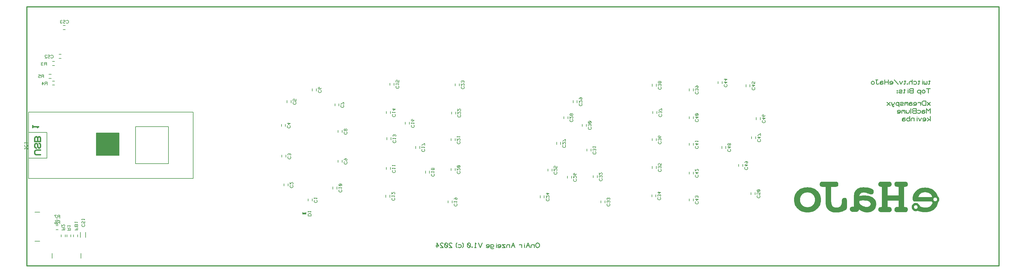
<source format=gbr>
G04 GENERATED BY PULSONIX 12.5 GERBER.DLL 9449*
G04 #@! TF.GenerationSoftware,Pulsonix,Pulsonix,12.5.9449*
G04 #@! TF.CreationDate,2025-02-15T20:42:59--1:00*
G04 #@! TF.Part,Single*
%FSLAX35Y35*%
%LPD*%
%MOMM*%
G04 #@! TF.FileFunction,Legend,Bot*
G04 #@! TF.FilePolarity,Positive*
G04 #@! TA.AperFunction,Profile*
%ADD10C,0.30000*%
G04 #@! TA.AperFunction,Material*
%ADD11C,0.20000*%
G04 #@! TD.AperFunction*
%ADD12C,0.00001*%
G04 #@! TA.AperFunction,Material*
%ADD13C,0.20320*%
G04 #@! TD.AperFunction*
%ADD14C,0.20000*%
%ADD15C,0.45000*%
%ADD16C,0.25000*%
G04 #@! TD.AperFunction*
X0Y0D02*
D02*
D10*
X31295000Y850500D02*
Y8850500D01*
X1295000D01*
Y850500D01*
X31295000D01*
D02*
D11*
X1292625Y1663313D02*
Y2463313D01*
X1344938Y4979500D02*
Y4179500D01*
X1916438D01*
Y4979500D01*
X1344938D01*
X1692625Y1616313D02*
X1542625D01*
X1692625Y2510313D02*
X1542625D01*
X2046688Y6644250D02*
X1976688D01*
X2046688Y6769250D02*
X1976688D01*
X2072688Y1244188D02*
Y1094188D01*
X2149875Y6437875D02*
X2079875D01*
X2149875Y6562875D02*
X2079875D01*
X2149875Y7041125D02*
X2079875D01*
X2149875Y7166125D02*
X2079875D01*
X2261000Y1969063D02*
X2191000D01*
X2261000Y2094063D02*
X2191000D01*
X2261000Y2143688D02*
X2191000D01*
X2261000Y2268688D02*
X2191000D01*
X2354000Y1820500D02*
Y1750500D01*
X2356250Y7263375D02*
X2286250D01*
X2356250Y7388375D02*
X2286250D01*
X2479000Y1820500D02*
Y1750500D01*
X2483250Y8152375D02*
X2413250D01*
X2483250Y8277375D02*
X2413250D01*
X2528625Y1820500D02*
Y1750500D01*
X2653625Y1820500D02*
Y1750500D01*
X2735000D02*
Y1820500D01*
X2860000Y1750500D02*
Y1820500D01*
X2919688Y844188D02*
X2119688D01*
X2950188Y1737250D02*
Y1897250D01*
X2966688Y1244188D02*
Y1094188D01*
X3105188Y1737250D02*
Y1897250D01*
X3440438Y4960500D02*
Y4262000D01*
X4138938D01*
Y4960500D01*
X3440438D01*
G36*
X3440438Y4960500D02*
Y4262000D01*
X4138938D01*
Y4960500D01*
X3440438D01*
G37*
X4646938Y5151000D02*
Y4008000D01*
X5662938D01*
Y5151000D01*
X4646938D01*
X6424938Y5606500D02*
X1344938D01*
Y3552500D01*
X6424938D01*
Y5606500D01*
X9148500Y5163625D02*
Y5233625D01*
X9164375Y4211125D02*
Y4281125D01*
X9227875Y3322125D02*
Y3392125D01*
X9273500Y5163625D02*
Y5233625D01*
X9289375Y4211125D02*
Y4281125D01*
X9323125Y5893875D02*
Y5963875D01*
X9352875Y3322125D02*
Y3392125D01*
X9448125Y5893875D02*
Y5963875D01*
X9974000Y2861750D02*
Y2931750D01*
X10099000Y2861750D02*
Y2931750D01*
X10101000Y6259000D02*
Y6329000D01*
X10226000Y6259000D02*
Y6329000D01*
X10736000Y3226875D02*
Y3296875D01*
X10799500Y5798625D02*
Y5868625D01*
X10861000Y3226875D02*
Y3296875D01*
X10894750Y4052375D02*
Y4122375D01*
Y4973125D02*
Y5043125D01*
X10924500Y5798625D02*
Y5868625D01*
X11019750Y4052375D02*
Y4122375D01*
Y4973125D02*
Y5043125D01*
X12371125Y2972875D02*
Y3042875D01*
X12387000Y3830125D02*
Y3900125D01*
Y5560500D02*
Y5630500D01*
X12402875Y4750875D02*
Y4820875D01*
X12496125Y2972875D02*
Y3042875D01*
X12498125Y6433625D02*
Y6503625D01*
X12512000Y3830125D02*
Y3900125D01*
Y5560500D02*
Y5630500D01*
X12527875Y4750875D02*
Y4820875D01*
X12623125Y6433625D02*
Y6503625D01*
X12974375Y5227125D02*
Y5297125D01*
X13099375Y5227125D02*
Y5297125D01*
X13291875Y4481000D02*
Y4551000D01*
X13416875Y4481000D02*
Y4551000D01*
X13593500Y3719000D02*
Y3789000D01*
X13718500Y3719000D02*
Y3789000D01*
X14292000Y2798250D02*
Y2868250D01*
X14387250Y3798375D02*
Y3868375D01*
Y4719125D02*
Y4789125D01*
X14403125Y5544625D02*
Y5614625D01*
X14417000Y2798250D02*
Y2868250D01*
X14512250Y3798375D02*
Y3868375D01*
Y4719125D02*
Y4789125D01*
X14514250Y6417750D02*
Y6487750D01*
X14528125Y5544625D02*
Y5614625D01*
X14639250Y6417750D02*
Y6487750D01*
X17133625Y2957000D02*
Y3027000D01*
X17258625Y2957000D02*
Y3027000D01*
X17371750Y3782500D02*
Y3852500D01*
X17496750Y3782500D02*
Y3852500D01*
X17641625Y4608000D02*
Y4678000D01*
X17766625Y4608000D02*
Y4678000D01*
X17863875Y5401750D02*
Y5471750D01*
X17975000Y3560250D02*
Y3630250D01*
X17988875Y5401750D02*
Y5471750D01*
X18100000Y3560250D02*
Y3630250D01*
X18149625Y5893875D02*
Y5963875D01*
X18274625Y5893875D02*
Y5963875D01*
X18435375Y5163625D02*
Y5233625D01*
X18560375Y5163625D02*
Y5233625D01*
X18578250Y4401625D02*
Y4471625D01*
X18703250Y4401625D02*
Y4471625D01*
X18768750Y3576125D02*
Y3646125D01*
X18893750Y3576125D02*
Y3646125D01*
X19006875Y2798250D02*
Y2868250D01*
X19131875Y2798250D02*
Y2868250D01*
X20578500Y2988750D02*
Y3058750D01*
X20594375Y3861875D02*
Y3931875D01*
Y4719125D02*
Y4789125D01*
Y6401875D02*
Y6471875D01*
X20610250Y5560500D02*
Y5630500D01*
X20703500Y2988750D02*
Y3058750D01*
X20719375Y3861875D02*
Y3931875D01*
Y4719125D02*
Y4789125D01*
Y6401875D02*
Y6471875D01*
X20735250Y5560500D02*
Y5630500D01*
X21737375Y2861750D02*
Y2931750D01*
Y3687250D02*
Y3757250D01*
Y4576250D02*
Y4646250D01*
Y5401750D02*
Y5471750D01*
Y6259000D02*
Y6329000D01*
X21862375Y2861750D02*
Y2931750D01*
Y3687250D02*
Y3757250D01*
Y4576250D02*
Y4646250D01*
Y5401750D02*
Y5471750D01*
Y6259000D02*
Y6329000D01*
X22626375Y6481250D02*
Y6551250D01*
X22737500Y4481000D02*
Y4551000D01*
X22751375Y6481250D02*
Y6551250D01*
X22862500Y4481000D02*
Y4551000D01*
X23261375Y3925375D02*
Y3995375D01*
X23386375Y3925375D02*
Y3995375D01*
X23483625Y6386000D02*
Y6456000D01*
X23608625Y6386000D02*
Y6456000D01*
X23642375Y3052250D02*
Y3122250D01*
X23658250Y4782625D02*
Y4852625D01*
X23767375Y3052250D02*
Y3122250D01*
X23783250Y4782625D02*
Y4852625D01*
X23801125Y5370000D02*
Y5440000D01*
X23926125Y5370000D02*
Y5440000D01*
D02*
D12*
X27680016Y3302516D02*
Y2671656D01*
X27650719D01*
X27625329Y2667750D01*
X27607750Y2663844D01*
X27596032Y2657984D01*
X27584313Y2646266D01*
X27576500Y2632594D01*
X27570641Y2616969D01*
X27568688Y2599391D01*
X27570641Y2579859D01*
X27574547Y2562281D01*
X27584313Y2548609D01*
X27594079Y2538844D01*
X27601891Y2534937D01*
X27609704Y2531031D01*
X27619469Y2527125D01*
X27631188Y2525172D01*
X27646813Y2523219D01*
X27662438Y2521266D01*
X27681969D01*
X27701500D01*
X27855797D01*
X27887047D01*
X27912438Y2525172D01*
X27931969Y2531031D01*
X27947594Y2538844D01*
X27957360Y2548609D01*
X27965172Y2562281D01*
X27971032Y2577906D01*
Y2597437D01*
X27969079Y2618922D01*
X27963219Y2634547D01*
X27955407Y2650172D01*
X27941735Y2661891D01*
X27926110Y2667750D01*
X27906579Y2671656D01*
X27883141Y2673609D01*
X27855797Y2675562D01*
X27844079D01*
Y2878687D01*
X28193688D01*
Y2675562D01*
X28166344D01*
X28144860Y2673609D01*
X28125329Y2671656D01*
X28107750Y2665797D01*
X28094079Y2657984D01*
X28080407Y2646266D01*
X28072594Y2632594D01*
X28066735Y2616969D01*
X28064782Y2599391D01*
X28066735Y2579859D01*
X28070641Y2562281D01*
X28078454Y2548609D01*
X28088219Y2538844D01*
X28101891Y2531031D01*
X28121422Y2525172D01*
X28144860Y2521266D01*
X28172204D01*
X28369469D01*
X28394860D01*
X28418297Y2525172D01*
X28435875Y2532984D01*
X28447594Y2540797D01*
X28457360Y2552516D01*
X28463219Y2566187D01*
X28467125Y2581812D01*
X28469079Y2599391D01*
X28467125Y2618922D01*
X28461266Y2634547D01*
X28453454Y2648219D01*
X28443688Y2657984D01*
X28430016Y2663844D01*
X28412438Y2667750D01*
X28387047Y2671656D01*
X28357750D01*
Y3302516D01*
X28387047Y3304469D01*
X28412438Y3308375D01*
X28430016Y3314234D01*
X28443688Y3320094D01*
X28453454Y3329859D01*
X28461266Y3343531D01*
X28467125Y3361109D01*
X28469079Y3380641D01*
X28467125Y3398219D01*
X28463219Y3413844D01*
X28457360Y3425562D01*
X28447594Y3437281D01*
X28433922Y3447047D01*
X28416344Y3452906D01*
X28392907Y3456812D01*
X28365563D01*
X28180016D01*
X28148766D01*
X28125329Y3452906D01*
X28105797Y3449000D01*
X28092125Y3441187D01*
X28080407Y3431422D01*
X28070641Y3417750D01*
X28066735Y3400172D01*
X28064782Y3380641D01*
X28066735Y3361109D01*
X28072594Y3343531D01*
X28082360Y3329859D01*
X28096032Y3318141D01*
X28111657Y3312281D01*
X28131188Y3306422D01*
X28156579Y3304469D01*
X28183922Y3302516D01*
X28193688D01*
Y3027125D01*
X27844079D01*
Y3302516D01*
X27871422D01*
X27894860Y3304469D01*
X27914391Y3308375D01*
X27930016Y3312281D01*
X27943688Y3320094D01*
X27957360Y3331812D01*
X27965172Y3345484D01*
X27969079Y3361109D01*
X27971032Y3380641D01*
X27969079Y3400172D01*
X27965172Y3417750D01*
X27957360Y3431422D01*
X27943688Y3441187D01*
X27930016Y3449000D01*
X27910485Y3452906D01*
X27883141Y3456812D01*
X27847985D01*
X27670250D01*
X27642907D01*
X27621422Y3452906D01*
X27603844Y3447047D01*
X27590172Y3437281D01*
X27580407Y3425562D01*
X27574547Y3413844D01*
X27570641Y3398219D01*
X27568688Y3380641D01*
X27570641Y3361109D01*
X27574547Y3345484D01*
X27584313Y3331812D01*
X27594079Y3320094D01*
X27607750Y3314234D01*
X27625329Y3308375D01*
X27650719Y3304469D01*
X27680016Y3302516D01*
G36*
X27680016Y3302516D02*
Y2671656D01*
X27650719D01*
X27625329Y2667750D01*
X27607750Y2663844D01*
X27596032Y2657984D01*
X27584313Y2646266D01*
X27576500Y2632594D01*
X27570641Y2616969D01*
X27568688Y2599391D01*
X27570641Y2579859D01*
X27574547Y2562281D01*
X27584313Y2548609D01*
X27594079Y2538844D01*
X27601891Y2534937D01*
X27609704Y2531031D01*
X27619469Y2527125D01*
X27631188Y2525172D01*
X27646813Y2523219D01*
X27662438Y2521266D01*
X27681969D01*
X27701500D01*
X27855797D01*
X27887047D01*
X27912438Y2525172D01*
X27931969Y2531031D01*
X27947594Y2538844D01*
X27957360Y2548609D01*
X27965172Y2562281D01*
X27971032Y2577906D01*
Y2597437D01*
X27969079Y2618922D01*
X27963219Y2634547D01*
X27955407Y2650172D01*
X27941735Y2661891D01*
X27926110Y2667750D01*
X27906579Y2671656D01*
X27883141Y2673609D01*
X27855797Y2675562D01*
X27844079D01*
Y2878687D01*
X28193688D01*
Y2675562D01*
X28166344D01*
X28144860Y2673609D01*
X28125329Y2671656D01*
X28107750Y2665797D01*
X28094079Y2657984D01*
X28080407Y2646266D01*
X28072594Y2632594D01*
X28066735Y2616969D01*
X28064782Y2599391D01*
X28066735Y2579859D01*
X28070641Y2562281D01*
X28078454Y2548609D01*
X28088219Y2538844D01*
X28101891Y2531031D01*
X28121422Y2525172D01*
X28144860Y2521266D01*
X28172204D01*
X28369469D01*
X28394860D01*
X28418297Y2525172D01*
X28435875Y2532984D01*
X28447594Y2540797D01*
X28457360Y2552516D01*
X28463219Y2566187D01*
X28467125Y2581812D01*
X28469079Y2599391D01*
X28467125Y2618922D01*
X28461266Y2634547D01*
X28453454Y2648219D01*
X28443688Y2657984D01*
X28430016Y2663844D01*
X28412438Y2667750D01*
X28387047Y2671656D01*
X28357750D01*
Y3302516D01*
X28387047Y3304469D01*
X28412438Y3308375D01*
X28430016Y3314234D01*
X28443688Y3320094D01*
X28453454Y3329859D01*
X28461266Y3343531D01*
X28467125Y3361109D01*
X28469079Y3380641D01*
X28467125Y3398219D01*
X28463219Y3413844D01*
X28457360Y3425562D01*
X28447594Y3437281D01*
X28433922Y3447047D01*
X28416344Y3452906D01*
X28392907Y3456812D01*
X28365563D01*
X28180016D01*
X28148766D01*
X28125329Y3452906D01*
X28105797Y3449000D01*
X28092125Y3441187D01*
X28080407Y3431422D01*
X28070641Y3417750D01*
X28066735Y3400172D01*
X28064782Y3380641D01*
X28066735Y3361109D01*
X28072594Y3343531D01*
X28082360Y3329859D01*
X28096032Y3318141D01*
X28111657Y3312281D01*
X28131188Y3306422D01*
X28156579Y3304469D01*
X28183922Y3302516D01*
X28193688D01*
Y3027125D01*
X27844079D01*
Y3302516D01*
X27871422D01*
X27894860Y3304469D01*
X27914391Y3308375D01*
X27930016Y3312281D01*
X27943688Y3320094D01*
X27957360Y3331812D01*
X27965172Y3345484D01*
X27969079Y3361109D01*
X27971032Y3380641D01*
X27969079Y3400172D01*
X27965172Y3417750D01*
X27957360Y3431422D01*
X27943688Y3441187D01*
X27930016Y3449000D01*
X27910485Y3452906D01*
X27883141Y3456812D01*
X27847985D01*
X27670250D01*
X27642907D01*
X27621422Y3452906D01*
X27603844Y3447047D01*
X27590172Y3437281D01*
X27580407Y3425562D01*
X27574547Y3413844D01*
X27570641Y3398219D01*
X27568688Y3380641D01*
X27570641Y3361109D01*
X27574547Y3345484D01*
X27584313Y3331812D01*
X27594079Y3320094D01*
X27607750Y3314234D01*
X27625329Y3308375D01*
X27650719Y3304469D01*
X27680016Y3302516D01*
G37*
X26689782Y2609156D02*
X26691735Y2591578D01*
X26695641Y2575953D01*
X26703454Y2564234D01*
X26713219Y2552516D01*
X26726891Y2542750D01*
X26740563Y2536891D01*
X26756188Y2532984D01*
X26775719D01*
X26890954D01*
X26904625D01*
X26918297Y2536891D01*
X26930016Y2542750D01*
X26941735Y2548609D01*
X26957360Y2572047D01*
X26967125Y2603297D01*
X26990563Y2585719D01*
X27017907Y2570094D01*
X27043297Y2556422D01*
X27072594Y2544703D01*
X27109704Y2531031D01*
X27146813Y2521266D01*
X27185875Y2515406D01*
X27226891Y2513453D01*
X27256188Y2515406D01*
X27283532Y2517359D01*
X27308922Y2523219D01*
X27334313Y2531031D01*
X27357750Y2540797D01*
X27381188Y2552516D01*
X27400719Y2566187D01*
X27420250Y2581812D01*
X27437829Y2599391D01*
X27453454Y2618922D01*
X27467125Y2638453D01*
X27476891Y2659937D01*
X27484704Y2683375D01*
X27490563Y2706812D01*
X27494469Y2732203D01*
X27496422Y2757594D01*
X27494469Y2788844D01*
X27490563Y2820094D01*
X27482750Y2847437D01*
X27471032Y2872828D01*
X27457360Y2898219D01*
X27439782Y2919703D01*
X27418297Y2941187D01*
X27394860Y2958766D01*
X27369469Y2974391D01*
X27342125Y2990016D01*
X27312829Y3001734D01*
X27281579Y3011500D01*
X27248375Y3017359D01*
X27211266Y3023219D01*
X27172204Y3027125D01*
X27131188D01*
X27086266D01*
X27041344Y3023219D01*
X26978844Y3013453D01*
X26982750Y3038844D01*
X26990563Y3060328D01*
X27000329Y3079859D01*
X27014000Y3095484D01*
X27031579Y3109156D01*
X27056969Y3120875D01*
X27086266Y3126734D01*
X27121422Y3128687D01*
X27146813Y3126734D01*
X27176110Y3120875D01*
X27207360Y3113062D01*
X27240563Y3099391D01*
X27275719Y3085719D01*
X27303063Y3075953D01*
X27326500Y3070094D01*
X27344079Y3068141D01*
X27359704Y3070094D01*
X27373375Y3074000D01*
X27387047Y3081812D01*
X27396813Y3091578D01*
X27406579Y3105250D01*
X27412438Y3118922D01*
X27416344Y3136500D01*
X27418297Y3154078D01*
X27416344Y3167750D01*
X27412438Y3183375D01*
X27404625Y3195094D01*
X27392907Y3208766D01*
X27379235Y3220484D01*
X27361657Y3230250D01*
X27342125Y3240016D01*
X27318688Y3249781D01*
X27273766Y3263453D01*
X27221032Y3273219D01*
X27164391Y3279078D01*
X27099938Y3281031D01*
X27066735Y3279078D01*
X27035485Y3275172D01*
X27006188Y3271266D01*
X26978844Y3261500D01*
X26953454Y3251734D01*
X26930016Y3240016D01*
X26908532Y3224391D01*
X26889000Y3208766D01*
X26871422Y3189234D01*
X26855797Y3167750D01*
X26844079Y3144312D01*
X26834313Y3118922D01*
X26824547Y3091578D01*
X26820641Y3062281D01*
X26816735Y3031031D01*
X26814782Y2995875D01*
Y2685328D01*
X26803063D01*
X26775719Y2683375D01*
X26752282Y2681422D01*
X26734704Y2677516D01*
X26719079Y2671656D01*
X26707360Y2659937D01*
X26697594Y2646266D01*
X26691735Y2630641D01*
X26689782Y2609156D01*
X27037438Y2878687D02*
X27072594Y2882594D01*
X27109704Y2884547D01*
X27160485Y2880641D01*
X27203454Y2874781D01*
X27242516Y2865016D01*
X27275719Y2849391D01*
X27299157Y2831812D01*
X27314782Y2812281D01*
X27326500Y2790797D01*
X27328454Y2767359D01*
X27326500Y2747828D01*
X27320641Y2732203D01*
X27310875Y2718531D01*
X27297204Y2704859D01*
X27279625Y2691187D01*
X27258141Y2683375D01*
X27234704Y2677516D01*
X27209313Y2675562D01*
X27166344Y2677516D01*
X27125329Y2687281D01*
X27084313Y2700953D01*
X27047204Y2722437D01*
X27031579Y2732203D01*
X27017907Y2741969D01*
X27006188Y2753687D01*
X26996422Y2763453D01*
X26988610Y2773219D01*
X26982750Y2782984D01*
X26980797Y2792750D01*
X26978844Y2802516D01*
Y2866969D01*
X27037438Y2878687D01*
X26814782Y2995875D02*
G36*
X26814782Y2995875D02*
Y2780054D01*
X26984508D01*
X26982750Y2782984D01*
X26980797Y2792750D01*
X26978844Y2802516D01*
Y2866969D01*
X27037438Y2878687D01*
X27072594Y2882594D01*
X27109704Y2884547D01*
X27160485Y2880641D01*
X27203454Y2874781D01*
X27242516Y2865016D01*
X27275719Y2849391D01*
X27299157Y2831812D01*
X27314782Y2812281D01*
X27326500Y2790797D01*
X27327396Y2780054D01*
X27495018D01*
X27494469Y2788844D01*
X27490563Y2820094D01*
X27482750Y2847437D01*
X27471032Y2872828D01*
X27457360Y2898219D01*
X27439782Y2919703D01*
X27418297Y2941187D01*
X27394860Y2958766D01*
X27369469Y2974391D01*
X27342125Y2990016D01*
X27312829Y3001734D01*
X27281579Y3011500D01*
X27248375Y3017359D01*
X27211266Y3023219D01*
X27172204Y3027125D01*
X27131188D01*
X27086266D01*
X27041344Y3023219D01*
X26978844Y3013453D01*
X26982750Y3038844D01*
X26990563Y3060328D01*
X27000329Y3079859D01*
X27014000Y3095484D01*
X27031579Y3109156D01*
X27056969Y3120875D01*
X27086266Y3126734D01*
X27121422Y3128687D01*
X27146813Y3126734D01*
X27176110Y3120875D01*
X27207360Y3113062D01*
X27240563Y3099391D01*
X27275719Y3085719D01*
X27303063Y3075953D01*
X27326500Y3070094D01*
X27344079Y3068141D01*
X27359704Y3070094D01*
X27373375Y3074000D01*
X27387047Y3081812D01*
X27396813Y3091578D01*
X27406579Y3105250D01*
X27412438Y3118922D01*
X27416344Y3136500D01*
X27418297Y3154078D01*
X27416344Y3167750D01*
X27412438Y3183375D01*
X27404625Y3195094D01*
X27392907Y3208766D01*
X27379235Y3220484D01*
X27361657Y3230250D01*
X27342125Y3240016D01*
X27318688Y3249781D01*
X27273766Y3263453D01*
X27221032Y3273219D01*
X27164391Y3279078D01*
X27099938Y3281031D01*
X27066735Y3279078D01*
X27035485Y3275172D01*
X27006188Y3271266D01*
X26978844Y3261500D01*
X26953454Y3251734D01*
X26930016Y3240016D01*
X26908532Y3224391D01*
X26889000Y3208766D01*
X26871422Y3189234D01*
X26855797Y3167750D01*
X26844079Y3144312D01*
X26834313Y3118922D01*
X26824547Y3091578D01*
X26820641Y3062281D01*
X26816735Y3031031D01*
X26814782Y2995875D01*
G37*
X26689782Y2609156D02*
G36*
X26689782Y2609156D02*
X26691735Y2591578D01*
X26695641Y2575953D01*
X26703454Y2564234D01*
X26713219Y2552516D01*
X26726891Y2542750D01*
X26740563Y2536891D01*
X26756188Y2532984D01*
X26775719D01*
X26890954D01*
X26904625D01*
X26918297Y2536891D01*
X26930016Y2542750D01*
X26941735Y2548609D01*
X26957360Y2572047D01*
X26967125Y2603297D01*
X26990563Y2585719D01*
X27017907Y2570094D01*
X27043297Y2556422D01*
X27072594Y2544703D01*
X27109704Y2531031D01*
X27146813Y2521266D01*
X27185875Y2515406D01*
X27226891Y2513453D01*
X27256188Y2515406D01*
X27283532Y2517359D01*
X27308922Y2523219D01*
X27334313Y2531031D01*
X27357750Y2540797D01*
X27381188Y2552516D01*
X27400719Y2566187D01*
X27420250Y2581812D01*
X27437829Y2599391D01*
X27453454Y2618922D01*
X27467125Y2638453D01*
X27476891Y2659937D01*
X27484704Y2683375D01*
X27490563Y2706812D01*
X27494469Y2732203D01*
X27496422Y2757594D01*
X27495018Y2780054D01*
X27327396D01*
X27328454Y2767359D01*
X27326500Y2747828D01*
X27320641Y2732203D01*
X27310875Y2718531D01*
X27297204Y2704859D01*
X27279625Y2691187D01*
X27258141Y2683375D01*
X27234704Y2677516D01*
X27209313Y2675562D01*
X27166344Y2677516D01*
X27125329Y2687281D01*
X27084313Y2700953D01*
X27047204Y2722437D01*
X27031579Y2732203D01*
X27017907Y2741969D01*
X27006188Y2753687D01*
X26996422Y2763453D01*
X26988610Y2773219D01*
X26984508Y2780054D01*
X26814782D01*
Y2685328D01*
X26803063D01*
X26775719Y2683375D01*
X26752282Y2681422D01*
X26734704Y2677516D01*
X26719079Y2671656D01*
X26707360Y2659937D01*
X26697594Y2646266D01*
X26691735Y2630641D01*
X26689782Y2609156D01*
G37*
X25758141Y3380641D02*
X25760094Y3361109D01*
X25765954Y3343531D01*
X25773766Y3329859D01*
X25785485Y3318141D01*
X25799157Y3312281D01*
X25816735Y3306422D01*
X25840172Y3304469D01*
X25869469Y3302516D01*
X25939782D01*
Y2853297D01*
X25941735Y2810328D01*
X25945641Y2771266D01*
X25951500Y2734156D01*
X25959313Y2699000D01*
X25971032Y2667750D01*
X25984704Y2640406D01*
X26000329Y2615016D01*
X26017907Y2593531D01*
X26039391Y2574000D01*
X26064782Y2558375D01*
X26090172Y2542750D01*
X26121422Y2531031D01*
X26152672Y2523219D01*
X26189782Y2515406D01*
X26226891Y2511500D01*
X26267907D01*
X26305016D01*
X26340172Y2515406D01*
X26373375Y2519312D01*
X26406579Y2527125D01*
X26437829Y2534937D01*
X26471032Y2548609D01*
X26504235Y2562281D01*
X26537438Y2579859D01*
X26553063Y2587672D01*
X26564782Y2597437D01*
X26574547Y2605250D01*
X26580407Y2615016D01*
X26584313Y2626734D01*
X26588219Y2640406D01*
X26590172Y2657984D01*
Y2677516D01*
Y2851344D01*
Y2880641D01*
X26586266Y2902125D01*
X26582360Y2919703D01*
X26574547Y2931422D01*
X26564782Y2941187D01*
X26551110Y2949000D01*
X26537438Y2952906D01*
X26521813Y2954859D01*
X26496422Y2950953D01*
X26476891Y2943141D01*
X26459313Y2929469D01*
X26449547Y2909937D01*
X26445641Y2900172D01*
X26441735Y2888453D01*
Y2880641D01*
X26439782Y2870875D01*
Y2861109D01*
Y2847437D01*
Y2839625D01*
X26437829Y2798609D01*
X26431969Y2761500D01*
X26424157Y2738062D01*
X26410485Y2716578D01*
X26396813Y2699000D01*
X26379235Y2681422D01*
X26355797Y2669703D01*
X26332360Y2659937D01*
X26305016Y2656031D01*
X26275719Y2654078D01*
X26232750Y2656031D01*
X26197594Y2665797D01*
X26168297Y2681422D01*
X26144860Y2702906D01*
X26137047Y2716578D01*
X26127282Y2730250D01*
X26121422Y2749781D01*
X26115563Y2769312D01*
X26111657Y2792750D01*
X26107750Y2816187D01*
X26105797Y2843531D01*
Y2872828D01*
Y3302516D01*
X26213219D01*
X26244469Y3304469D01*
X26267907Y3306422D01*
X26285485Y3312281D01*
X26299157Y3318141D01*
X26310875Y3329859D01*
X26320641Y3343531D01*
X26324547Y3361109D01*
X26326500Y3380641D01*
Y3398219D01*
X26322594Y3413844D01*
X26314782Y3425562D01*
X26306969Y3437281D01*
X26295250Y3447047D01*
X26281579Y3452906D01*
X26265954Y3456812D01*
X26248375D01*
X25834313D01*
X25816735D01*
X25801110Y3452906D01*
X25789391Y3445094D01*
X25777672Y3435328D01*
X25769860Y3423609D01*
X25764000Y3411891D01*
X25760094Y3396266D01*
X25758141Y3380641D01*
G36*
X25758141Y3380641D02*
X25760094Y3361109D01*
X25765954Y3343531D01*
X25773766Y3329859D01*
X25785485Y3318141D01*
X25799157Y3312281D01*
X25816735Y3306422D01*
X25840172Y3304469D01*
X25869469Y3302516D01*
X25939782D01*
Y2853297D01*
X25941735Y2810328D01*
X25945641Y2771266D01*
X25951500Y2734156D01*
X25959313Y2699000D01*
X25971032Y2667750D01*
X25984704Y2640406D01*
X26000329Y2615016D01*
X26017907Y2593531D01*
X26039391Y2574000D01*
X26064782Y2558375D01*
X26090172Y2542750D01*
X26121422Y2531031D01*
X26152672Y2523219D01*
X26189782Y2515406D01*
X26226891Y2511500D01*
X26267907D01*
X26305016D01*
X26340172Y2515406D01*
X26373375Y2519312D01*
X26406579Y2527125D01*
X26437829Y2534937D01*
X26471032Y2548609D01*
X26504235Y2562281D01*
X26537438Y2579859D01*
X26553063Y2587672D01*
X26564782Y2597437D01*
X26574547Y2605250D01*
X26580407Y2615016D01*
X26584313Y2626734D01*
X26588219Y2640406D01*
X26590172Y2657984D01*
Y2677516D01*
Y2851344D01*
Y2880641D01*
X26586266Y2902125D01*
X26582360Y2919703D01*
X26574547Y2931422D01*
X26564782Y2941187D01*
X26551110Y2949000D01*
X26537438Y2952906D01*
X26521813Y2954859D01*
X26496422Y2950953D01*
X26476891Y2943141D01*
X26459313Y2929469D01*
X26449547Y2909937D01*
X26445641Y2900172D01*
X26441735Y2888453D01*
Y2880641D01*
X26439782Y2870875D01*
Y2861109D01*
Y2847437D01*
Y2839625D01*
X26437829Y2798609D01*
X26431969Y2761500D01*
X26424157Y2738062D01*
X26410485Y2716578D01*
X26396813Y2699000D01*
X26379235Y2681422D01*
X26355797Y2669703D01*
X26332360Y2659937D01*
X26305016Y2656031D01*
X26275719Y2654078D01*
X26232750Y2656031D01*
X26197594Y2665797D01*
X26168297Y2681422D01*
X26144860Y2702906D01*
X26137047Y2716578D01*
X26127282Y2730250D01*
X26121422Y2749781D01*
X26115563Y2769312D01*
X26111657Y2792750D01*
X26107750Y2816187D01*
X26105797Y2843531D01*
Y2872828D01*
Y3302516D01*
X26213219D01*
X26244469Y3304469D01*
X26267907Y3306422D01*
X26285485Y3312281D01*
X26299157Y3318141D01*
X26310875Y3329859D01*
X26320641Y3343531D01*
X26324547Y3361109D01*
X26326500Y3380641D01*
Y3398219D01*
X26322594Y3413844D01*
X26314782Y3425562D01*
X26306969Y3437281D01*
X26295250Y3447047D01*
X26281579Y3452906D01*
X26265954Y3456812D01*
X26248375D01*
X25834313D01*
X25816735D01*
X25801110Y3452906D01*
X25789391Y3445094D01*
X25777672Y3435328D01*
X25769860Y3423609D01*
X25764000Y3411891D01*
X25760094Y3396266D01*
X25758141Y3380641D01*
G37*
X24967125Y2898219D02*
X24969079Y2857203D01*
X24972985Y2818141D01*
X24982750Y2779078D01*
X24994469Y2743922D01*
X25012047Y2710719D01*
X25031579Y2679469D01*
X25055016Y2648219D01*
X25082360Y2620875D01*
X25111657Y2595484D01*
X25142907Y2574000D01*
X25178063Y2556422D01*
X25213219Y2540797D01*
X25252282Y2529078D01*
X25291344Y2521266D01*
X25334313Y2515406D01*
X25379235Y2513453D01*
X25424157Y2515406D01*
X25465172Y2521266D01*
X25506188Y2529078D01*
X25543297Y2540797D01*
X25578454Y2556422D01*
X25613610Y2574000D01*
X25644860Y2595484D01*
X25674157Y2620875D01*
X25701500Y2648219D01*
X25724938Y2679469D01*
X25744469Y2710719D01*
X25762047Y2743922D01*
X25773766Y2779078D01*
X25783532Y2816187D01*
X25787438Y2855250D01*
X25789391Y2896266D01*
X25787438Y2937281D01*
X25783532Y2978297D01*
X25773766Y3015406D01*
X25762047Y3050562D01*
X25744469Y3083766D01*
X25724938Y3115016D01*
X25701500Y3146266D01*
X25674157Y3173609D01*
X25644860Y3199000D01*
X25613610Y3220484D01*
X25578454Y3238062D01*
X25543297Y3253687D01*
X25506188Y3265406D01*
X25465172Y3273219D01*
X25422204Y3279078D01*
X25379235Y3281031D01*
X25334313Y3279078D01*
X25291344Y3273219D01*
X25252282Y3265406D01*
X25213219Y3253687D01*
X25178063Y3238062D01*
X25142907Y3220484D01*
X25111657Y3199000D01*
X25082360Y3173609D01*
X25055016Y3146266D01*
X25031579Y3115016D01*
X25012047Y3083766D01*
X24994469Y3050562D01*
X24982750Y3015406D01*
X24972985Y2978297D01*
X24969079Y2939234D01*
X24967125Y2898219D01*
X25611657D02*
X25609704Y2872828D01*
X25607750Y2849391D01*
X25601891Y2825953D01*
X25596032Y2804469D01*
X25586266Y2784937D01*
X25574547Y2765406D01*
X25560875Y2747828D01*
X25547204Y2730250D01*
X25529625Y2714625D01*
X25512047Y2700953D01*
X25492516Y2691187D01*
X25472985Y2681422D01*
X25449547Y2673609D01*
X25428063Y2669703D01*
X25402672Y2665797D01*
X25377282D01*
X25353844D01*
X25328454Y2669703D01*
X25305016Y2673609D01*
X25283532Y2681422D01*
X25264000Y2691187D01*
X25244469Y2700953D01*
X25226891Y2714625D01*
X25209313Y2730250D01*
X25193688Y2747828D01*
X25180016Y2765406D01*
X25168297Y2784937D01*
X25160485Y2804469D01*
X25152672Y2825953D01*
X25146813Y2847437D01*
X25144860Y2872828D01*
X25142907Y2896266D01*
X25144860Y2921656D01*
X25146813Y2945094D01*
X25152672Y2968531D01*
X25160485Y2990016D01*
X25168297Y3009547D01*
X25180016Y3029078D01*
X25193688Y3048609D01*
X25209313Y3064234D01*
X25226891Y3079859D01*
X25244469Y3093531D01*
X25264000Y3105250D01*
X25283532Y3115016D01*
X25305016Y3120875D01*
X25328454Y3126734D01*
X25353844Y3128687D01*
X25377282Y3130641D01*
X25402672Y3128687D01*
X25428063Y3126734D01*
X25449547Y3120875D01*
X25472985Y3115016D01*
X25492516Y3105250D01*
X25512047Y3093531D01*
X25529625Y3079859D01*
X25547204Y3064234D01*
X25560875Y3048609D01*
X25574547Y3029078D01*
X25586266Y3011500D01*
X25596032Y2990016D01*
X25601891Y2968531D01*
X25607750Y2947047D01*
X25609704Y2923609D01*
X25611657Y2898219D01*
X24967125D02*
G36*
X24967125Y2898219D02*
X25143057D01*
X25144860Y2921656D01*
X25146813Y2945094D01*
X25152672Y2968531D01*
X25160485Y2990016D01*
X25168297Y3009547D01*
X25180016Y3029078D01*
X25193688Y3048609D01*
X25209313Y3064234D01*
X25226891Y3079859D01*
X25244469Y3093531D01*
X25264000Y3105250D01*
X25283532Y3115016D01*
X25305016Y3120875D01*
X25328454Y3126734D01*
X25353844Y3128687D01*
X25377282Y3130641D01*
X25402672Y3128687D01*
X25428063Y3126734D01*
X25449547Y3120875D01*
X25472985Y3115016D01*
X25492516Y3105250D01*
X25512047Y3093531D01*
X25529625Y3079859D01*
X25547204Y3064234D01*
X25560875Y3048609D01*
X25574547Y3029078D01*
X25586266Y3011500D01*
X25596032Y2990016D01*
X25601891Y2968531D01*
X25607750Y2947047D01*
X25609704Y2923609D01*
X25611657Y2898219D01*
X25789298D01*
X25787438Y2937281D01*
X25783532Y2978297D01*
X25773766Y3015406D01*
X25762047Y3050562D01*
X25744469Y3083766D01*
X25724938Y3115016D01*
X25701500Y3146266D01*
X25674157Y3173609D01*
X25644860Y3199000D01*
X25613610Y3220484D01*
X25578454Y3238062D01*
X25543297Y3253687D01*
X25506188Y3265406D01*
X25465172Y3273219D01*
X25422204Y3279078D01*
X25379235Y3281031D01*
X25334313Y3279078D01*
X25291344Y3273219D01*
X25252282Y3265406D01*
X25213219Y3253687D01*
X25178063Y3238062D01*
X25142907Y3220484D01*
X25111657Y3199000D01*
X25082360Y3173609D01*
X25055016Y3146266D01*
X25031579Y3115016D01*
X25012047Y3083766D01*
X24994469Y3050562D01*
X24982750Y3015406D01*
X24972985Y2978297D01*
X24969079Y2939234D01*
X24967125Y2898219D01*
G37*
G36*
X24967125Y2898219D02*
X24969079Y2857203D01*
X24972985Y2818141D01*
X24982750Y2779078D01*
X24994469Y2743922D01*
X25012047Y2710719D01*
X25031579Y2679469D01*
X25055016Y2648219D01*
X25082360Y2620875D01*
X25111657Y2595484D01*
X25142907Y2574000D01*
X25178063Y2556422D01*
X25213219Y2540797D01*
X25252282Y2529078D01*
X25291344Y2521266D01*
X25334313Y2515406D01*
X25379235Y2513453D01*
X25424157Y2515406D01*
X25465172Y2521266D01*
X25506188Y2529078D01*
X25543297Y2540797D01*
X25578454Y2556422D01*
X25613610Y2574000D01*
X25644860Y2595484D01*
X25674157Y2620875D01*
X25701500Y2648219D01*
X25724938Y2679469D01*
X25744469Y2710719D01*
X25762047Y2743922D01*
X25773766Y2779078D01*
X25783532Y2816187D01*
X25787438Y2855250D01*
X25789391Y2896266D01*
X25789298Y2898219D01*
X25611657D01*
X25609704Y2872828D01*
X25607750Y2849391D01*
X25601891Y2825953D01*
X25596032Y2804469D01*
X25586266Y2784937D01*
X25574547Y2765406D01*
X25560875Y2747828D01*
X25547204Y2730250D01*
X25529625Y2714625D01*
X25512047Y2700953D01*
X25492516Y2691187D01*
X25472985Y2681422D01*
X25449547Y2673609D01*
X25428063Y2669703D01*
X25402672Y2665797D01*
X25377282D01*
X25353844D01*
X25328454Y2669703D01*
X25305016Y2673609D01*
X25283532Y2681422D01*
X25264000Y2691187D01*
X25244469Y2700953D01*
X25226891Y2714625D01*
X25209313Y2730250D01*
X25193688Y2747828D01*
X25180016Y2765406D01*
X25168297Y2784937D01*
X25160485Y2804469D01*
X25152672Y2825953D01*
X25146813Y2847437D01*
X25144860Y2872828D01*
X25142907Y2896266D01*
X25143057Y2898219D01*
X24967125D01*
G37*
X28787438Y2777125D02*
X28765954Y2788844D01*
X28744469Y2794703D01*
X28719079Y2796656D01*
X28695641Y2794703D01*
X28672204Y2788844D01*
X28650719Y2777125D01*
X28633141Y2761500D01*
X28617516Y2741969D01*
X28605797Y2720484D01*
X28599938Y2697047D01*
X28596032Y2673609D01*
X28599938Y2650172D01*
X28605797Y2624781D01*
X28617516Y2605250D01*
X28631188Y2585719D01*
X28650719Y2570094D01*
X28672204Y2558375D01*
X28695641Y2552516D01*
X28719079Y2550562D01*
X28744469Y2552516D01*
X28777672Y2566187D01*
X28820641Y2550562D01*
X28861657Y2538844D01*
X28900719Y2529078D01*
X28941735Y2523219D01*
X28982750Y2521266D01*
X29021813D01*
X29064782Y2523219D01*
X29105797Y2527125D01*
X29142907Y2534937D01*
X29180016Y2546656D01*
X29213219Y2560328D01*
X29244469Y2577906D01*
X29275719Y2597437D01*
X29303063Y2620875D01*
X29338219Y2661891D01*
X29367516Y2708766D01*
X29389000Y2761500D01*
X29404625Y2820094D01*
X29424157Y2843531D01*
X29437829Y2870875D01*
X29441735Y2902125D01*
X29439782Y2935328D01*
X29431969Y2956812D01*
X29422204Y2978297D01*
X29408532Y2995875D01*
X29390954Y3011500D01*
X29375329Y3054469D01*
X29353844Y3095484D01*
X29326500Y3132594D01*
X29295250Y3167750D01*
X29265954Y3191187D01*
X29234704Y3212672D01*
X29201500Y3230250D01*
X29166344Y3243922D01*
X29129235Y3255641D01*
X29088219Y3263453D01*
X29047204Y3269312D01*
X29004235Y3271266D01*
X28963219Y3269312D01*
X28926110Y3265406D01*
X28890954Y3257594D01*
X28855797Y3245875D01*
X28822594Y3232203D01*
X28793297Y3216578D01*
X28764000Y3197047D01*
X28736657Y3173609D01*
X28711266Y3148219D01*
X28689782Y3120875D01*
X28670250Y3091578D01*
X28654625Y3062281D01*
X28642907Y3031031D01*
X28635094Y2999781D01*
X28629235Y2964625D01*
Y2931422D01*
Y2907984D01*
X28633141Y2888453D01*
X28640954Y2874781D01*
X28650719Y2863062D01*
X28664391Y2855250D01*
X28687829Y2851344D01*
X28717125Y2847437D01*
X28756188D01*
X29213219D01*
X29224938Y2829859D01*
X29240563Y2814234D01*
X29232750Y2782984D01*
X29219079Y2755641D01*
X29203454Y2730250D01*
X29181969Y2708766D01*
X29148766Y2685328D01*
X29109704Y2667750D01*
X29062829Y2657984D01*
X29010094Y2656031D01*
X28972985Y2657984D01*
X28930016Y2665797D01*
X28887047Y2677516D01*
X28842125Y2695094D01*
Y2697047D01*
X28834313Y2720484D01*
X28822594Y2743922D01*
X28806969Y2761500D01*
X28787438Y2777125D01*
X29160485Y3091578D02*
X29181969Y3072047D01*
X29201500Y3048609D01*
X29217125Y3025172D01*
X29230797Y2995875D01*
X29213219Y2976344D01*
X28797204Y2974391D01*
X28805016Y3007594D01*
X28818688Y3038844D01*
X28838219Y3066187D01*
X28861657Y3089625D01*
X28892907Y3111109D01*
X28926110Y3124781D01*
X28963219Y3134547D01*
X29004235Y3138453D01*
X29049157Y3134547D01*
X29090172Y3126734D01*
X29127282Y3111109D01*
X29160485Y3091578D01*
X29285485Y2859156D02*
X29275719Y2866969D01*
X29267907Y2876734D01*
X29262047Y2886500D01*
X29258141Y2898219D01*
Y2909937D01*
Y2921656D01*
X29262047Y2933375D01*
X29267907Y2943141D01*
X29275719Y2952906D01*
X29285485Y2960719D01*
X29295250Y2966578D01*
X29306969Y2968531D01*
X29318688Y2970484D01*
X29330407Y2968531D01*
X29342125Y2966578D01*
X29353844Y2960719D01*
X29361657Y2952906D01*
X29369469Y2945094D01*
X29379235Y2923609D01*
Y2909937D01*
Y2898219D01*
X29375329Y2888453D01*
X29369469Y2876734D01*
X29363610Y2866969D01*
X29353844Y2861109D01*
X29344079Y2855250D01*
X29332360Y2851344D01*
X29320641Y2849391D01*
X29308922Y2851344D01*
X29297204Y2855250D01*
X29285485Y2859156D01*
X28685875Y2622828D02*
X28676110Y2630641D01*
X28670250Y2640406D01*
X28664391Y2650172D01*
X28660485Y2663844D01*
X28658532Y2675562D01*
X28660485Y2687281D01*
X28664391Y2697047D01*
X28668297Y2708766D01*
X28685875Y2724391D01*
X28707360Y2734156D01*
X28721032Y2736109D01*
X28732750Y2734156D01*
X28744469Y2730250D01*
X28754235Y2724391D01*
X28764000Y2716578D01*
X28771813Y2706812D01*
X28779625Y2685328D01*
X28781579Y2673609D01*
X28779625Y2661891D01*
X28777672Y2650172D01*
X28769860Y2640406D01*
X28762047Y2630641D01*
X28752282Y2622828D01*
X28742516Y2616969D01*
X28730797Y2615016D01*
X28719079Y2613062D01*
X28707360Y2615016D01*
X28697594Y2616969D01*
X28685875Y2622828D01*
X28596195Y2674585D02*
G36*
X28596195Y2674585D02*
X28658695D01*
X28658532Y2675562D01*
X28660485Y2687281D01*
X28664391Y2697047D01*
X28668297Y2708766D01*
X28685875Y2724391D01*
X28707360Y2734156D01*
X28721032Y2736109D01*
X28732750Y2734156D01*
X28744469Y2730250D01*
X28754235Y2724391D01*
X28764000Y2716578D01*
X28771813Y2706812D01*
X28779625Y2685328D01*
X28781416Y2674585D01*
X28897794D01*
X28887047Y2677516D01*
X28842125Y2695094D01*
Y2697047D01*
X28834313Y2720484D01*
X28822594Y2743922D01*
X28806969Y2761500D01*
X28787438Y2777125D01*
X28765954Y2788844D01*
X28744469Y2794703D01*
X28719079Y2796656D01*
X28695641Y2794703D01*
X28672204Y2788844D01*
X28650719Y2777125D01*
X28633141Y2761500D01*
X28617516Y2741969D01*
X28605797Y2720484D01*
X28599938Y2697047D01*
X28596195Y2674585D01*
G37*
X28596032Y2673609D02*
G36*
X28596032Y2673609D02*
X28599938Y2650172D01*
X28605797Y2624781D01*
X28617516Y2605250D01*
X28631188Y2585719D01*
X28650719Y2570094D01*
X28672204Y2558375D01*
X28695641Y2552516D01*
X28719079Y2550562D01*
X28744469Y2552516D01*
X28777672Y2566187D01*
X28820641Y2550562D01*
X28861657Y2538844D01*
X28900719Y2529078D01*
X28941735Y2523219D01*
X28982750Y2521266D01*
X29021813D01*
X29064782Y2523219D01*
X29105797Y2527125D01*
X29142907Y2534937D01*
X29180016Y2546656D01*
X29213219Y2560328D01*
X29244469Y2577906D01*
X29275719Y2597437D01*
X29303063Y2620875D01*
X29338219Y2661891D01*
X29346153Y2674585D01*
X29124893D01*
X29109704Y2667750D01*
X29062829Y2657984D01*
X29010094Y2656031D01*
X28972985Y2657984D01*
X28930016Y2665797D01*
X28897794Y2674585D01*
X28781416D01*
X28781579Y2673609D01*
X28779625Y2661891D01*
X28777672Y2650172D01*
X28769860Y2640406D01*
X28762047Y2630641D01*
X28752282Y2622828D01*
X28742516Y2616969D01*
X28730797Y2615016D01*
X28719079Y2613062D01*
X28707360Y2615016D01*
X28697594Y2616969D01*
X28685875Y2622828D01*
X28676110Y2630641D01*
X28670250Y2640406D01*
X28664391Y2650172D01*
X28660485Y2663844D01*
X28658695Y2674585D01*
X28596195D01*
X28596032Y2673609D01*
G37*
X28652428Y3056422D02*
G36*
X28652428Y3056422D02*
X28831244D01*
X28838219Y3066187D01*
X28861657Y3089625D01*
X28892907Y3111109D01*
X28926110Y3124781D01*
X28963219Y3134547D01*
X29004235Y3138453D01*
X29049157Y3134547D01*
X29090172Y3126734D01*
X29127282Y3111109D01*
X29160485Y3091578D01*
X29181969Y3072047D01*
X29194989Y3056422D01*
X29374306D01*
X29353844Y3095484D01*
X29326500Y3132594D01*
X29295250Y3167750D01*
X29265954Y3191187D01*
X29234704Y3212672D01*
X29201500Y3230250D01*
X29166344Y3243922D01*
X29129235Y3255641D01*
X29088219Y3263453D01*
X29047204Y3269312D01*
X29004235Y3271266D01*
X28963219Y3269312D01*
X28926110Y3265406D01*
X28890954Y3257594D01*
X28855797Y3245875D01*
X28822594Y3232203D01*
X28793297Y3216578D01*
X28764000Y3197047D01*
X28736657Y3173609D01*
X28711266Y3148219D01*
X28689782Y3120875D01*
X28670250Y3091578D01*
X28654625Y3062281D01*
X28652428Y3056422D01*
G37*
X28629235Y2964625D02*
G36*
X28629235Y2964625D02*
Y2931422D01*
Y2909937D01*
X29258141D01*
Y2921656D01*
X29262047Y2933375D01*
X29267907Y2943141D01*
X29275719Y2952906D01*
X29285485Y2960719D01*
X29295250Y2966578D01*
X29306969Y2968531D01*
X29318688Y2970484D01*
X29330407Y2968531D01*
X29342125Y2966578D01*
X29353844Y2960719D01*
X29361657Y2952906D01*
X29369469Y2945094D01*
X29379235Y2923609D01*
Y2909937D01*
X29441275D01*
X29439782Y2935328D01*
X29431969Y2956812D01*
X29422204Y2978297D01*
X29408532Y2995875D01*
X29390954Y3011500D01*
X29375329Y3054469D01*
X29374306Y3056422D01*
X29194989D01*
X29201500Y3048609D01*
X29217125Y3025172D01*
X29230797Y2995875D01*
X29213219Y2976344D01*
X28797204Y2974391D01*
X28805016Y3007594D01*
X28818688Y3038844D01*
X28831244Y3056422D01*
X28652428D01*
X28642907Y3031031D01*
X28635094Y2999781D01*
X28629235Y2964625D01*
G37*
Y2909937D02*
G36*
X28629235Y2909937D02*
Y2907984D01*
X28633141Y2888453D01*
X28640954Y2874781D01*
X28650719Y2863062D01*
X28664391Y2855250D01*
X28687829Y2851344D01*
X28717125Y2847437D01*
X28756188D01*
X29213219D01*
X29224938Y2829859D01*
X29240563Y2814234D01*
X29232750Y2782984D01*
X29219079Y2755641D01*
X29203454Y2730250D01*
X29181969Y2708766D01*
X29148766Y2685328D01*
X29124893Y2674585D01*
X29346153D01*
X29367516Y2708766D01*
X29389000Y2761500D01*
X29404625Y2820094D01*
X29424157Y2843531D01*
X29437829Y2870875D01*
X29441735Y2902125D01*
X29441275Y2909937D01*
X29379235D01*
Y2898219D01*
X29375329Y2888453D01*
X29369469Y2876734D01*
X29363610Y2866969D01*
X29353844Y2861109D01*
X29344079Y2855250D01*
X29332360Y2851344D01*
X29320641Y2849391D01*
X29308922Y2851344D01*
X29297204Y2855250D01*
X29285485Y2859156D01*
X29275719Y2866969D01*
X29267907Y2876734D01*
X29262047Y2886500D01*
X29258141Y2898219D01*
Y2909937D01*
X28629235D01*
G37*
D02*
D13*
X9803938Y2454000D02*
Y2514000D01*
X9903938Y2454000D02*
Y2514000D01*
Y2454000D02*
Y2484000D01*
X9803938D01*
Y2454000D01*
X9903938D01*
G36*
X9903938Y2454000D02*
Y2484000D01*
X9803938D01*
Y2454000D01*
X9903938D01*
G37*
D02*
D14*
X1227879Y4462825D02*
X1227879Y4493413D01*
Y4478119D02*
X1319644Y4478119D01*
Y4462825D02*
X1319644Y4493413D01*
X1243173Y4595196D02*
X1235526Y4587549D01*
X1227879Y4572254D01*
Y4549313D01*
X1235526Y4534019D01*
X1243173Y4526372D01*
X1258467Y4518725D01*
X1289056D01*
X1304350Y4526372D01*
X1311997Y4534019D01*
X1319644Y4549313D01*
Y4572254D01*
X1311997Y4587549D01*
X1304350Y4595196D01*
X1227879Y4639319D02*
X1227879Y4669907D01*
Y4654613D02*
X1319644Y4654613D01*
X1304350Y4639319D01*
X1814663Y6666191D02*
X1814663Y6757956D01*
X1761134D01*
X1745839Y6750309D01*
X1738192Y6735015D01*
X1745839Y6719721D01*
X1761134Y6712074D01*
X1814663D01*
X1761134D02*
X1738192Y6666191D01*
X1709363Y6673838D02*
X1694069Y6666191D01*
X1671128D01*
X1655834Y6673838D01*
X1648187Y6689132D01*
Y6696779D01*
X1655834Y6712074D01*
X1671128Y6719721D01*
X1709363D01*
Y6757956D01*
X1648187D01*
X1901975Y7047191D02*
X1901975Y7138956D01*
X1848446D01*
X1833151Y7131309D01*
X1825504Y7116015D01*
X1833151Y7100721D01*
X1848446Y7093074D01*
X1901975D01*
X1848446D02*
X1825504Y7047191D01*
X1789028Y7054838D02*
X1773734Y7047191D01*
X1758440D01*
X1743146Y7054838D01*
X1735499Y7070132D01*
X1743146Y7085426D01*
X1758440Y7093074D01*
X1773734D01*
X1758440D02*
X1743146Y7100721D01*
X1735499Y7116015D01*
X1743146Y7131309D01*
X1758440Y7138956D01*
X1773734D01*
X1789028Y7131309D01*
X1917850Y6443941D02*
X1917850Y6535706D01*
X1864321D01*
X1849026Y6528059D01*
X1841379Y6512765D01*
X1849026Y6497471D01*
X1864321Y6489824D01*
X1917850D01*
X1864321D02*
X1841379Y6443941D01*
X1774315D02*
X1774315Y6535706D01*
X1812550Y6474529D01*
X1751374D01*
X2028454Y7284735D02*
X2036101Y7277088D01*
X2051396Y7269441D01*
X2074337D01*
X2089631Y7277088D01*
X2097278Y7284735D01*
X2104925Y7300029D01*
Y7330618D01*
X2097278Y7345912D01*
X2089631Y7353559D01*
X2074337Y7361206D01*
X2051396D01*
X2036101Y7353559D01*
X2028454Y7345912D01*
X1999625Y7277088D02*
X1984331Y7269441D01*
X1961390D01*
X1946096Y7277088D01*
X1938449Y7292382D01*
Y7300029D01*
X1946096Y7315324D01*
X1961390Y7322971D01*
X1999625D01*
Y7361206D01*
X1938449D01*
X1850049Y7269441D02*
X1911225Y7269441D01*
X1857696Y7322971D01*
X1850049Y7338265D01*
X1857696Y7353559D01*
X1872990Y7361206D01*
X1895931D01*
X1911225Y7353559D01*
X2314725Y2154504D02*
X2314725Y2246269D01*
X2261196D01*
X2245901Y2238622D01*
X2238254Y2223328D01*
X2245901Y2208034D01*
X2261196Y2200387D01*
X2314725D01*
X2261196D02*
X2238254Y2154504D01*
X2209425Y2177445D02*
X2201778Y2192739D01*
X2186484Y2200387D01*
X2171190D01*
X2155896Y2192739D01*
X2148249Y2177445D01*
X2155896Y2162151D01*
X2171190Y2154504D01*
X2186484D01*
X2201778Y2162151D01*
X2209425Y2177445D01*
Y2200387D01*
X2201778Y2223328D01*
X2186484Y2238622D01*
X2171190Y2246269D01*
X2314725Y2329129D02*
X2314725Y2420894D01*
X2261196D01*
X2245901Y2413247D01*
X2238254Y2397953D01*
X2245901Y2382659D01*
X2261196Y2375012D01*
X2314725D01*
X2261196D02*
X2238254Y2329129D01*
X2209425D02*
X2148249Y2420894D01*
X2209425D01*
X2504704Y8361235D02*
X2512351Y8353588D01*
X2527646Y8345941D01*
X2550587D01*
X2565881Y8353588D01*
X2573528Y8361235D01*
X2581175Y8376529D01*
Y8407118D01*
X2573528Y8422412D01*
X2565881Y8430059D01*
X2550587Y8437706D01*
X2527646D01*
X2512351Y8430059D01*
X2504704Y8422412D01*
X2475875Y8353588D02*
X2460581Y8345941D01*
X2437640D01*
X2422346Y8353588D01*
X2414699Y8368882D01*
Y8376529D01*
X2422346Y8391824D01*
X2437640Y8399471D01*
X2475875D01*
Y8437706D01*
X2414699D01*
X2379828Y8353588D02*
X2364534Y8345941D01*
X2349240D01*
X2333946Y8353588D01*
X2326299Y8368882D01*
X2333946Y8384176D01*
X2349240Y8391824D01*
X2364534D01*
X2349240D02*
X2333946Y8399471D01*
X2326299Y8414765D01*
X2333946Y8430059D01*
X2349240Y8437706D01*
X2364534D01*
X2379828Y8430059D01*
X2372941Y1966650D02*
X2464706Y1966650D01*
Y2020179D01*
X2457059Y2035474D01*
X2441765Y2043121D01*
X2426471Y2035474D01*
X2418824Y2020179D01*
Y1966650D01*
Y2020179D02*
X2372941Y2043121D01*
Y2133126D02*
X2372941Y2071950D01*
X2426471Y2125479D01*
X2441765Y2133126D01*
X2457059Y2125479D01*
X2464706Y2110185D01*
Y2087244D01*
X2457059Y2071950D01*
X2547566Y1950775D02*
X2639331Y1950775D01*
Y2004304D01*
X2631684Y2019599D01*
X2616390Y2027246D01*
X2601096Y2019599D01*
X2593449Y2004304D01*
Y1950775D01*
Y2004304D02*
X2547566Y2027246D01*
Y2071369D02*
X2547566Y2101957D01*
Y2086663D02*
X2639331Y2086663D01*
X2624037Y2071369D01*
X2772816Y1961625D02*
X2864581Y1961625D01*
Y2038096D01*
X2818699Y2022801D02*
X2818699Y1961625D01*
Y2120454D02*
X2811051Y2135749D01*
X2795757Y2143396D01*
X2780463Y2135749D01*
X2772816Y2120454D01*
Y2066925D01*
X2864581D01*
Y2120454D01*
X2856934Y2135749D01*
X2841640Y2143396D01*
X2826346Y2135749D01*
X2818699Y2120454D01*
Y2066925D01*
X2772816Y2187519D02*
X2772816Y2218107D01*
Y2202813D02*
X2864581Y2202813D01*
X2849287Y2187519D01*
X3002423Y2141796D02*
X2994776Y2134149D01*
X2987129Y2118854D01*
Y2095913D01*
X2994776Y2080619D01*
X3002423Y2072972D01*
X3017717Y2065325D01*
X3048306D01*
X3063600Y2072972D01*
X3071247Y2080619D01*
X3078894Y2095913D01*
Y2118854D01*
X3071247Y2134149D01*
X3063600Y2141796D01*
X2994776Y2170625D02*
X2987129Y2185919D01*
Y2208860D01*
X2994776Y2224154D01*
X3010070Y2231801D01*
X3017717D01*
X3033012Y2224154D01*
X3040659Y2208860D01*
Y2170625D01*
X3078894D01*
Y2231801D01*
X2987129Y2274319D02*
X2987129Y2304907D01*
Y2289613D02*
X3078894Y2289613D01*
X3063600Y2274319D01*
X9349235Y5186371D02*
X9341588Y5178724D01*
X9333941Y5163429D01*
Y5140488D01*
X9341588Y5125194D01*
X9349235Y5117547D01*
X9364529Y5109900D01*
X9395118D01*
X9410412Y5117547D01*
X9418059Y5125194D01*
X9425706Y5140488D01*
Y5163429D01*
X9418059Y5178724D01*
X9410412Y5186371D01*
X9333941Y5253435D02*
X9425706Y5253435D01*
X9364529Y5215200D01*
Y5276376D01*
X9365110Y4233871D02*
X9357463Y4226224D01*
X9349816Y4210929D01*
Y4187988D01*
X9357463Y4172694D01*
X9365110Y4165047D01*
X9380404Y4157400D01*
X9410993D01*
X9426287Y4165047D01*
X9433934Y4172694D01*
X9441581Y4187988D01*
Y4210929D01*
X9433934Y4226224D01*
X9426287Y4233871D01*
X9357463Y4270347D02*
X9349816Y4285641D01*
Y4300935D01*
X9357463Y4316229D01*
X9372757Y4323876D01*
X9388051Y4316229D01*
X9395699Y4300935D01*
Y4285641D01*
Y4300935D02*
X9403346Y4316229D01*
X9418640Y4323876D01*
X9433934Y4316229D01*
X9441581Y4300935D01*
Y4285641D01*
X9433934Y4270347D01*
X9428610Y3344871D02*
X9420963Y3337224D01*
X9413316Y3321929D01*
Y3298988D01*
X9420963Y3283694D01*
X9428610Y3276047D01*
X9443904Y3268400D01*
X9474493D01*
X9489787Y3276047D01*
X9497434Y3283694D01*
X9505081Y3298988D01*
Y3321929D01*
X9497434Y3337224D01*
X9489787Y3344871D01*
X9413316Y3434876D02*
X9413316Y3373700D01*
X9466846Y3427229D01*
X9482140Y3434876D01*
X9497434Y3427229D01*
X9505081Y3411935D01*
Y3388994D01*
X9497434Y3373700D01*
X9523860Y5916621D02*
X9516213Y5908974D01*
X9508566Y5893679D01*
Y5870738D01*
X9516213Y5855444D01*
X9523860Y5847797D01*
X9539154Y5840150D01*
X9569743D01*
X9585037Y5847797D01*
X9592684Y5855444D01*
X9600331Y5870738D01*
Y5893679D01*
X9592684Y5908974D01*
X9585037Y5916621D01*
X9516213Y5945450D02*
X9508566Y5960744D01*
Y5983685D01*
X9516213Y5998979D01*
X9531507Y6006626D01*
X9539154D01*
X9554449Y5998979D01*
X9562096Y5983685D01*
Y5945450D01*
X9600331D01*
Y6006626D01*
X9976879Y2395275D02*
X10068644Y2395275D01*
Y2441157D01*
X10060997Y2456451D01*
X10053350Y2464099D01*
X10038056Y2471746D01*
X10007467D01*
X9992173Y2464099D01*
X9984526Y2456451D01*
X9976879Y2441157D01*
Y2395275D01*
Y2515869D02*
X9976879Y2546457D01*
Y2531163D02*
X10068644Y2531163D01*
X10053350Y2515869D01*
X10174735Y2884496D02*
X10167088Y2876849D01*
X10159441Y2861554D01*
Y2838613D01*
X10167088Y2823319D01*
X10174735Y2815672D01*
X10190029Y2808025D01*
X10220618D01*
X10235912Y2815672D01*
X10243559Y2823319D01*
X10251206Y2838613D01*
Y2861554D01*
X10243559Y2876849D01*
X10235912Y2884496D01*
X10159441Y2928619D02*
X10159441Y2959207D01*
Y2943913D02*
X10251206Y2943913D01*
X10235912Y2928619D01*
X10301735Y6281746D02*
X10294088Y6274099D01*
X10286441Y6258804D01*
Y6235863D01*
X10294088Y6220569D01*
X10301735Y6212922D01*
X10317029Y6205275D01*
X10347618D01*
X10362912Y6212922D01*
X10370559Y6220569D01*
X10378206Y6235863D01*
Y6258804D01*
X10370559Y6274099D01*
X10362912Y6281746D01*
X10309382Y6310575D02*
X10324676Y6318222D01*
X10332324Y6333516D01*
Y6348810D01*
X10324676Y6364104D01*
X10309382Y6371751D01*
X10294088Y6364104D01*
X10286441Y6348810D01*
Y6333516D01*
X10294088Y6318222D01*
X10309382Y6310575D01*
X10332324D01*
X10355265Y6318222D01*
X10370559Y6333516D01*
X10378206Y6348810D01*
X10936735Y3205421D02*
X10929088Y3197774D01*
X10921441Y3182479D01*
Y3159538D01*
X10929088Y3144244D01*
X10936735Y3136597D01*
X10952029Y3128950D01*
X10982618D01*
X10997912Y3136597D01*
X11005559Y3144244D01*
X11013206Y3159538D01*
Y3182479D01*
X11005559Y3197774D01*
X10997912Y3205421D01*
X10921441Y3249544D02*
X10921441Y3280132D01*
Y3264838D02*
X11013206Y3264838D01*
X10997912Y3249544D01*
X10929088Y3330297D02*
X10921441Y3345591D01*
Y3360885D01*
X10929088Y3376179D01*
X10944382Y3383826D01*
X10990265D01*
X11005559Y3376179D01*
X11013206Y3360885D01*
Y3345591D01*
X11005559Y3330297D01*
X10990265Y3322650D01*
X10944382D01*
X10929088Y3330297D01*
X11005559Y3376179D01*
X11000235Y5821371D02*
X10992588Y5813724D01*
X10984941Y5798429D01*
Y5775488D01*
X10992588Y5760194D01*
X11000235Y5752547D01*
X11015529Y5744900D01*
X11046118D01*
X11061412Y5752547D01*
X11069059Y5760194D01*
X11076706Y5775488D01*
Y5798429D01*
X11069059Y5813724D01*
X11061412Y5821371D01*
X10984941Y5850200D02*
X11076706Y5911376D01*
Y5850200D01*
X11095485Y4075121D02*
X11087838Y4067474D01*
X11080191Y4052179D01*
Y4029238D01*
X11087838Y4013944D01*
X11095485Y4006297D01*
X11110779Y3998650D01*
X11141368D01*
X11156662Y4006297D01*
X11164309Y4013944D01*
X11171956Y4029238D01*
Y4052179D01*
X11164309Y4067474D01*
X11156662Y4075121D01*
X11080191Y4126891D02*
X11087838Y4142185D01*
X11103132Y4157479D01*
X11126074Y4165126D01*
X11149015D01*
X11164309Y4157479D01*
X11171956Y4142185D01*
Y4126891D01*
X11164309Y4111597D01*
X11149015Y4103950D01*
X11133721Y4111597D01*
X11126074Y4126891D01*
Y4142185D01*
X11133721Y4157479D01*
X11149015Y4165126D01*
X11095485Y4995871D02*
X11087838Y4988224D01*
X11080191Y4972929D01*
Y4949988D01*
X11087838Y4934694D01*
X11095485Y4927047D01*
X11110779Y4919400D01*
X11141368D01*
X11156662Y4927047D01*
X11164309Y4934694D01*
X11171956Y4949988D01*
Y4972929D01*
X11164309Y4988224D01*
X11156662Y4995871D01*
X11126074Y5047641D02*
X11126074Y5062935D01*
X11133721Y5078229D01*
X11149015Y5085876D01*
X11164309Y5078229D01*
X11171956Y5062935D01*
Y5047641D01*
X11164309Y5032347D01*
X11149015Y5024700D01*
X11133721Y5032347D01*
X11126074Y5047641D01*
X11118426Y5032347D01*
X11103132Y5024700D01*
X11087838Y5032347D01*
X11080191Y5047641D01*
Y5062935D01*
X11087838Y5078229D01*
X11103132Y5085876D01*
X11118426Y5078229D01*
X11126074Y5062935D01*
X12571860Y2951421D02*
X12564213Y2943774D01*
X12556566Y2928479D01*
Y2905538D01*
X12564213Y2890244D01*
X12571860Y2882597D01*
X12587154Y2874950D01*
X12617743D01*
X12633037Y2882597D01*
X12640684Y2890244D01*
X12648331Y2905538D01*
Y2928479D01*
X12640684Y2943774D01*
X12633037Y2951421D01*
X12556566Y2995544D02*
X12556566Y3026132D01*
Y3010838D02*
X12648331Y3010838D01*
X12633037Y2995544D01*
X12556566Y3129826D02*
X12556566Y3068650D01*
X12610096Y3122179D01*
X12625390Y3129826D01*
X12640684Y3122179D01*
X12648331Y3106885D01*
Y3083944D01*
X12640684Y3068650D01*
X12587735Y3808671D02*
X12580088Y3801024D01*
X12572441Y3785729D01*
Y3762788D01*
X12580088Y3747494D01*
X12587735Y3739847D01*
X12603029Y3732200D01*
X12633618D01*
X12648912Y3739847D01*
X12656559Y3747494D01*
X12664206Y3762788D01*
Y3785729D01*
X12656559Y3801024D01*
X12648912Y3808671D01*
X12572441Y3852794D02*
X12572441Y3883382D01*
Y3868088D02*
X12664206Y3868088D01*
X12648912Y3852794D01*
X12572441Y3941194D02*
X12572441Y3971782D01*
Y3956488D02*
X12664206Y3956488D01*
X12648912Y3941194D01*
X12587735Y5539046D02*
X12580088Y5531399D01*
X12572441Y5516104D01*
Y5493163D01*
X12580088Y5477869D01*
X12587735Y5470222D01*
X12603029Y5462575D01*
X12633618D01*
X12648912Y5470222D01*
X12656559Y5477869D01*
X12664206Y5493163D01*
Y5516104D01*
X12656559Y5531399D01*
X12648912Y5539046D01*
X12572441Y5583169D02*
X12572441Y5613757D01*
Y5598463D02*
X12664206Y5598463D01*
X12648912Y5583169D01*
X12572441Y5694510D02*
X12664206Y5694510D01*
X12603029Y5656275D01*
Y5717451D01*
X12603610Y4729421D02*
X12595963Y4721774D01*
X12588316Y4706479D01*
Y4683538D01*
X12595963Y4668244D01*
X12603610Y4660597D01*
X12618904Y4652950D01*
X12649493D01*
X12664787Y4660597D01*
X12672434Y4668244D01*
X12680081Y4683538D01*
Y4706479D01*
X12672434Y4721774D01*
X12664787Y4729421D01*
X12588316Y4773544D02*
X12588316Y4804132D01*
Y4788838D02*
X12680081Y4788838D01*
X12664787Y4773544D01*
X12595963Y4854297D02*
X12588316Y4869591D01*
Y4884885D01*
X12595963Y4900179D01*
X12611257Y4907826D01*
X12626551Y4900179D01*
X12634199Y4884885D01*
Y4869591D01*
Y4884885D02*
X12641846Y4900179D01*
X12657140Y4907826D01*
X12672434Y4900179D01*
X12680081Y4884885D01*
Y4869591D01*
X12672434Y4854297D01*
X12698860Y6412171D02*
X12691213Y6404524D01*
X12683566Y6389229D01*
Y6366288D01*
X12691213Y6350994D01*
X12698860Y6343347D01*
X12714154Y6335700D01*
X12744743D01*
X12760037Y6343347D01*
X12767684Y6350994D01*
X12775331Y6366288D01*
Y6389229D01*
X12767684Y6404524D01*
X12760037Y6412171D01*
X12683566Y6456294D02*
X12683566Y6486882D01*
Y6471588D02*
X12775331Y6471588D01*
X12760037Y6456294D01*
X12691213Y6529400D02*
X12683566Y6544694D01*
Y6567635D01*
X12691213Y6582929D01*
X12706507Y6590576D01*
X12714154D01*
X12729449Y6582929D01*
X12737096Y6567635D01*
Y6529400D01*
X12775331D01*
Y6590576D01*
X13175110Y5205671D02*
X13167463Y5198024D01*
X13159816Y5182729D01*
Y5159788D01*
X13167463Y5144494D01*
X13175110Y5136847D01*
X13190404Y5129200D01*
X13220993D01*
X13236287Y5136847D01*
X13243934Y5144494D01*
X13251581Y5159788D01*
Y5182729D01*
X13243934Y5198024D01*
X13236287Y5205671D01*
X13159816Y5249794D02*
X13159816Y5280382D01*
Y5265088D02*
X13251581Y5265088D01*
X13236287Y5249794D01*
X13182757Y5322900D02*
X13198051Y5330547D01*
X13205699Y5345841D01*
Y5361135D01*
X13198051Y5376429D01*
X13182757Y5384076D01*
X13167463Y5376429D01*
X13159816Y5361135D01*
Y5345841D01*
X13167463Y5330547D01*
X13182757Y5322900D01*
X13205699D01*
X13228640Y5330547D01*
X13243934Y5345841D01*
X13251581Y5361135D01*
X13492610Y4459546D02*
X13484963Y4451899D01*
X13477316Y4436604D01*
Y4413663D01*
X13484963Y4398369D01*
X13492610Y4390722D01*
X13507904Y4383075D01*
X13538493D01*
X13553787Y4390722D01*
X13561434Y4398369D01*
X13569081Y4413663D01*
Y4436604D01*
X13561434Y4451899D01*
X13553787Y4459546D01*
X13477316Y4503669D02*
X13477316Y4534257D01*
Y4518963D02*
X13569081Y4518963D01*
X13553787Y4503669D01*
X13477316Y4576775D02*
X13569081Y4637951D01*
Y4576775D01*
X13794235Y3697546D02*
X13786588Y3689899D01*
X13778941Y3674604D01*
Y3651663D01*
X13786588Y3636369D01*
X13794235Y3628722D01*
X13809529Y3621075D01*
X13840118D01*
X13855412Y3628722D01*
X13863059Y3636369D01*
X13870706Y3651663D01*
Y3674604D01*
X13863059Y3689899D01*
X13855412Y3697546D01*
X13778941Y3741669D02*
X13778941Y3772257D01*
Y3756963D02*
X13870706Y3756963D01*
X13855412Y3741669D01*
X13824824Y3837716D02*
X13824824Y3853010D01*
X13832471Y3868304D01*
X13847765Y3875951D01*
X13863059Y3868304D01*
X13870706Y3853010D01*
Y3837716D01*
X13863059Y3822422D01*
X13847765Y3814775D01*
X13832471Y3822422D01*
X13824824Y3837716D01*
X13817176Y3822422D01*
X13801882Y3814775D01*
X13786588Y3822422D01*
X13778941Y3837716D01*
Y3853010D01*
X13786588Y3868304D01*
X13801882Y3875951D01*
X13817176Y3868304D01*
X13824824Y3853010D01*
X14492735Y2776796D02*
X14485088Y2769149D01*
X14477441Y2753854D01*
Y2730913D01*
X14485088Y2715619D01*
X14492735Y2707972D01*
X14508029Y2700325D01*
X14538618D01*
X14553912Y2707972D01*
X14561559Y2715619D01*
X14569206Y2730913D01*
Y2753854D01*
X14561559Y2769149D01*
X14553912Y2776796D01*
X14477441Y2820919D02*
X14477441Y2851507D01*
Y2836213D02*
X14569206Y2836213D01*
X14553912Y2820919D01*
X14477441Y2916966D02*
X14485088Y2932260D01*
X14500382Y2947554D01*
X14523324Y2955201D01*
X14546265D01*
X14561559Y2947554D01*
X14569206Y2932260D01*
Y2916966D01*
X14561559Y2901672D01*
X14546265Y2894025D01*
X14530971Y2901672D01*
X14523324Y2916966D01*
Y2932260D01*
X14530971Y2947554D01*
X14546265Y2955201D01*
X14587985Y3776921D02*
X14580338Y3769274D01*
X14572691Y3753979D01*
Y3731038D01*
X14580338Y3715744D01*
X14587985Y3708097D01*
X14603279Y3700450D01*
X14633868D01*
X14649162Y3708097D01*
X14656809Y3715744D01*
X14664456Y3731038D01*
Y3753979D01*
X14656809Y3769274D01*
X14649162Y3776921D01*
X14572691Y3866926D02*
X14572691Y3805750D01*
X14626221Y3859279D01*
X14641515Y3866926D01*
X14656809Y3859279D01*
X14664456Y3843985D01*
Y3821044D01*
X14656809Y3805750D01*
X14580338Y3901797D02*
X14572691Y3917091D01*
Y3932385D01*
X14580338Y3947679D01*
X14595632Y3955326D01*
X14641515D01*
X14656809Y3947679D01*
X14664456Y3932385D01*
Y3917091D01*
X14656809Y3901797D01*
X14641515Y3894150D01*
X14595632D01*
X14580338Y3901797D01*
X14656809Y3947679D01*
X14587985Y4697671D02*
X14580338Y4690024D01*
X14572691Y4674729D01*
Y4651788D01*
X14580338Y4636494D01*
X14587985Y4628847D01*
X14603279Y4621200D01*
X14633868D01*
X14649162Y4628847D01*
X14656809Y4636494D01*
X14664456Y4651788D01*
Y4674729D01*
X14656809Y4690024D01*
X14649162Y4697671D01*
X14572691Y4787676D02*
X14572691Y4726500D01*
X14626221Y4780029D01*
X14641515Y4787676D01*
X14656809Y4780029D01*
X14664456Y4764735D01*
Y4741794D01*
X14656809Y4726500D01*
X14572691Y4830194D02*
X14572691Y4860782D01*
Y4845488D02*
X14664456Y4845488D01*
X14649162Y4830194D01*
X14603860Y5523171D02*
X14596213Y5515524D01*
X14588566Y5500229D01*
Y5477288D01*
X14596213Y5461994D01*
X14603860Y5454347D01*
X14619154Y5446700D01*
X14649743D01*
X14665037Y5454347D01*
X14672684Y5461994D01*
X14680331Y5477288D01*
Y5500229D01*
X14672684Y5515524D01*
X14665037Y5523171D01*
X14588566Y5613176D02*
X14588566Y5552000D01*
X14642096Y5605529D01*
X14657390Y5613176D01*
X14672684Y5605529D01*
X14680331Y5590235D01*
Y5567294D01*
X14672684Y5552000D01*
X14588566Y5701576D02*
X14588566Y5640400D01*
X14642096Y5693929D01*
X14657390Y5701576D01*
X14672684Y5693929D01*
X14680331Y5678635D01*
Y5655694D01*
X14672684Y5640400D01*
X14714985Y6396296D02*
X14707338Y6388649D01*
X14699691Y6373354D01*
Y6350413D01*
X14707338Y6335119D01*
X14714985Y6327472D01*
X14730279Y6319825D01*
X14760868D01*
X14776162Y6327472D01*
X14783809Y6335119D01*
X14791456Y6350413D01*
Y6373354D01*
X14783809Y6388649D01*
X14776162Y6396296D01*
X14699691Y6486301D02*
X14699691Y6425125D01*
X14753221Y6478654D01*
X14768515Y6486301D01*
X14783809Y6478654D01*
X14791456Y6463360D01*
Y6440419D01*
X14783809Y6425125D01*
X14707338Y6521172D02*
X14699691Y6536466D01*
Y6551760D01*
X14707338Y6567054D01*
X14722632Y6574701D01*
X14737926Y6567054D01*
X14745574Y6551760D01*
Y6536466D01*
Y6551760D02*
X14753221Y6567054D01*
X14768515Y6574701D01*
X14783809Y6567054D01*
X14791456Y6551760D01*
Y6536466D01*
X14783809Y6521172D01*
X17334360Y2935546D02*
X17326713Y2927899D01*
X17319066Y2912604D01*
Y2889663D01*
X17326713Y2874369D01*
X17334360Y2866722D01*
X17349654Y2859075D01*
X17380243D01*
X17395537Y2866722D01*
X17403184Y2874369D01*
X17410831Y2889663D01*
Y2912604D01*
X17403184Y2927899D01*
X17395537Y2935546D01*
X17319066Y3025551D02*
X17319066Y2964375D01*
X17372596Y3017904D01*
X17387890Y3025551D01*
X17403184Y3017904D01*
X17410831Y3002610D01*
Y2979669D01*
X17403184Y2964375D01*
X17319066Y3091010D02*
X17410831Y3091010D01*
X17349654Y3052775D01*
Y3113951D01*
X17572485Y3761046D02*
X17564838Y3753399D01*
X17557191Y3738104D01*
Y3715163D01*
X17564838Y3699869D01*
X17572485Y3692222D01*
X17587779Y3684575D01*
X17618368D01*
X17633662Y3692222D01*
X17641309Y3699869D01*
X17648956Y3715163D01*
Y3738104D01*
X17641309Y3753399D01*
X17633662Y3761046D01*
X17557191Y3851051D02*
X17557191Y3789875D01*
X17610721Y3843404D01*
X17626015Y3851051D01*
X17641309Y3843404D01*
X17648956Y3828110D01*
Y3805169D01*
X17641309Y3789875D01*
X17564838Y3878275D02*
X17557191Y3893569D01*
Y3916510D01*
X17564838Y3931804D01*
X17580132Y3939451D01*
X17587779D01*
X17603074Y3931804D01*
X17610721Y3916510D01*
Y3878275D01*
X17648956D01*
Y3939451D01*
X17842360Y4586546D02*
X17834713Y4578899D01*
X17827066Y4563604D01*
Y4540663D01*
X17834713Y4525369D01*
X17842360Y4517722D01*
X17857654Y4510075D01*
X17888243D01*
X17903537Y4517722D01*
X17911184Y4525369D01*
X17918831Y4540663D01*
Y4563604D01*
X17911184Y4578899D01*
X17903537Y4586546D01*
X17827066Y4676551D02*
X17827066Y4615375D01*
X17880596Y4668904D01*
X17895890Y4676551D01*
X17911184Y4668904D01*
X17918831Y4653610D01*
Y4630669D01*
X17911184Y4615375D01*
X17827066Y4703775D02*
X17918831Y4764951D01*
Y4703775D01*
X18064610Y5380296D02*
X18056963Y5372649D01*
X18049316Y5357354D01*
Y5334413D01*
X18056963Y5319119D01*
X18064610Y5311472D01*
X18079904Y5303825D01*
X18110493D01*
X18125787Y5311472D01*
X18133434Y5319119D01*
X18141081Y5334413D01*
Y5357354D01*
X18133434Y5372649D01*
X18125787Y5380296D01*
X18049316Y5470301D02*
X18049316Y5409125D01*
X18102846Y5462654D01*
X18118140Y5470301D01*
X18133434Y5462654D01*
X18141081Y5447360D01*
Y5424419D01*
X18133434Y5409125D01*
X18095199Y5520466D02*
X18095199Y5535760D01*
X18102846Y5551054D01*
X18118140Y5558701D01*
X18133434Y5551054D01*
X18141081Y5535760D01*
Y5520466D01*
X18133434Y5505172D01*
X18118140Y5497525D01*
X18102846Y5505172D01*
X18095199Y5520466D01*
X18087551Y5505172D01*
X18072257Y5497525D01*
X18056963Y5505172D01*
X18049316Y5520466D01*
Y5535760D01*
X18056963Y5551054D01*
X18072257Y5558701D01*
X18087551Y5551054D01*
X18095199Y5535760D01*
X18175735Y3538796D02*
X18168088Y3531149D01*
X18160441Y3515854D01*
Y3492913D01*
X18168088Y3477619D01*
X18175735Y3469972D01*
X18191029Y3462325D01*
X18221618D01*
X18236912Y3469972D01*
X18244559Y3477619D01*
X18252206Y3492913D01*
Y3515854D01*
X18244559Y3531149D01*
X18236912Y3538796D01*
X18160441Y3628801D02*
X18160441Y3567625D01*
X18213971Y3621154D01*
X18229265Y3628801D01*
X18244559Y3621154D01*
X18252206Y3605860D01*
Y3582919D01*
X18244559Y3567625D01*
X18183382Y3656025D02*
X18198676Y3663672D01*
X18206324Y3678966D01*
Y3694260D01*
X18198676Y3709554D01*
X18183382Y3717201D01*
X18168088Y3709554D01*
X18160441Y3694260D01*
Y3678966D01*
X18168088Y3663672D01*
X18183382Y3656025D01*
X18206324D01*
X18229265Y3663672D01*
X18244559Y3678966D01*
X18252206Y3694260D01*
X18350360Y5872421D02*
X18342713Y5864774D01*
X18335066Y5849479D01*
Y5826538D01*
X18342713Y5811244D01*
X18350360Y5803597D01*
X18365654Y5795950D01*
X18396243D01*
X18411537Y5803597D01*
X18419184Y5811244D01*
X18426831Y5826538D01*
Y5849479D01*
X18419184Y5864774D01*
X18411537Y5872421D01*
X18335066Y5962426D02*
X18335066Y5901250D01*
X18388596Y5954779D01*
X18403890Y5962426D01*
X18419184Y5954779D01*
X18426831Y5939485D01*
Y5916544D01*
X18419184Y5901250D01*
X18335066Y6012591D02*
X18342713Y6027885D01*
X18358007Y6043179D01*
X18380949Y6050826D01*
X18403890D01*
X18419184Y6043179D01*
X18426831Y6027885D01*
Y6012591D01*
X18419184Y5997297D01*
X18403890Y5989650D01*
X18388596Y5997297D01*
X18380949Y6012591D01*
Y6027885D01*
X18388596Y6043179D01*
X18403890Y6050826D01*
X18636110Y5142171D02*
X18628463Y5134524D01*
X18620816Y5119229D01*
Y5096288D01*
X18628463Y5080994D01*
X18636110Y5073347D01*
X18651404Y5065700D01*
X18681993D01*
X18697287Y5073347D01*
X18704934Y5080994D01*
X18712581Y5096288D01*
Y5119229D01*
X18704934Y5134524D01*
X18697287Y5142171D01*
X18628463Y5178647D02*
X18620816Y5193941D01*
Y5209235D01*
X18628463Y5224529D01*
X18643757Y5232176D01*
X18659051Y5224529D01*
X18666699Y5209235D01*
Y5193941D01*
Y5209235D02*
X18674346Y5224529D01*
X18689640Y5232176D01*
X18704934Y5224529D01*
X18712581Y5209235D01*
Y5193941D01*
X18704934Y5178647D01*
X18628463Y5267047D02*
X18620816Y5282341D01*
Y5297635D01*
X18628463Y5312929D01*
X18643757Y5320576D01*
X18689640D01*
X18704934Y5312929D01*
X18712581Y5297635D01*
Y5282341D01*
X18704934Y5267047D01*
X18689640Y5259400D01*
X18643757D01*
X18628463Y5267047D01*
X18704934Y5312929D01*
X18778985Y4380171D02*
X18771338Y4372524D01*
X18763691Y4357229D01*
Y4334288D01*
X18771338Y4318994D01*
X18778985Y4311347D01*
X18794279Y4303700D01*
X18824868D01*
X18840162Y4311347D01*
X18847809Y4318994D01*
X18855456Y4334288D01*
Y4357229D01*
X18847809Y4372524D01*
X18840162Y4380171D01*
X18771338Y4416647D02*
X18763691Y4431941D01*
Y4447235D01*
X18771338Y4462529D01*
X18786632Y4470176D01*
X18801926Y4462529D01*
X18809574Y4447235D01*
Y4431941D01*
Y4447235D02*
X18817221Y4462529D01*
X18832515Y4470176D01*
X18847809Y4462529D01*
X18855456Y4447235D01*
Y4431941D01*
X18847809Y4416647D01*
X18763691Y4512694D02*
X18763691Y4543282D01*
Y4527988D02*
X18855456Y4527988D01*
X18840162Y4512694D01*
X18969485Y3554671D02*
X18961838Y3547024D01*
X18954191Y3531729D01*
Y3508788D01*
X18961838Y3493494D01*
X18969485Y3485847D01*
X18984779Y3478200D01*
X19015368D01*
X19030662Y3485847D01*
X19038309Y3493494D01*
X19045956Y3508788D01*
Y3531729D01*
X19038309Y3547024D01*
X19030662Y3554671D01*
X18961838Y3591147D02*
X18954191Y3606441D01*
Y3621735D01*
X18961838Y3637029D01*
X18977132Y3644676D01*
X18992426Y3637029D01*
X19000074Y3621735D01*
Y3606441D01*
Y3621735D02*
X19007721Y3637029D01*
X19023015Y3644676D01*
X19038309Y3637029D01*
X19045956Y3621735D01*
Y3606441D01*
X19038309Y3591147D01*
X18954191Y3733076D02*
X18954191Y3671900D01*
X19007721Y3725429D01*
X19023015Y3733076D01*
X19038309Y3725429D01*
X19045956Y3710135D01*
Y3687194D01*
X19038309Y3671900D01*
X19207610Y2776796D02*
X19199963Y2769149D01*
X19192316Y2753854D01*
Y2730913D01*
X19199963Y2715619D01*
X19207610Y2707972D01*
X19222904Y2700325D01*
X19253493D01*
X19268787Y2707972D01*
X19276434Y2715619D01*
X19284081Y2730913D01*
Y2753854D01*
X19276434Y2769149D01*
X19268787Y2776796D01*
X19199963Y2813272D02*
X19192316Y2828566D01*
Y2843860D01*
X19199963Y2859154D01*
X19215257Y2866801D01*
X19230551Y2859154D01*
X19238199Y2843860D01*
Y2828566D01*
Y2843860D02*
X19245846Y2859154D01*
X19261140Y2866801D01*
X19276434Y2859154D01*
X19284081Y2843860D01*
Y2828566D01*
X19276434Y2813272D01*
X19199963Y2901672D02*
X19192316Y2916966D01*
Y2932260D01*
X19199963Y2947554D01*
X19215257Y2955201D01*
X19230551Y2947554D01*
X19238199Y2932260D01*
Y2916966D01*
Y2932260D02*
X19245846Y2947554D01*
X19261140Y2955201D01*
X19276434Y2947554D01*
X19284081Y2932260D01*
Y2916966D01*
X19276434Y2901672D01*
X20779235Y2967296D02*
X20771588Y2959649D01*
X20763941Y2944354D01*
Y2921413D01*
X20771588Y2906119D01*
X20779235Y2898472D01*
X20794529Y2890825D01*
X20825118D01*
X20840412Y2898472D01*
X20848059Y2906119D01*
X20855706Y2921413D01*
Y2944354D01*
X20848059Y2959649D01*
X20840412Y2967296D01*
X20771588Y3003772D02*
X20763941Y3019066D01*
Y3034360D01*
X20771588Y3049654D01*
X20786882Y3057301D01*
X20802176Y3049654D01*
X20809824Y3034360D01*
Y3019066D01*
Y3034360D02*
X20817471Y3049654D01*
X20832765Y3057301D01*
X20848059Y3049654D01*
X20855706Y3034360D01*
Y3019066D01*
X20848059Y3003772D01*
X20763941Y3122760D02*
X20855706Y3122760D01*
X20794529Y3084525D01*
Y3145701D01*
X20795110Y3840421D02*
X20787463Y3832774D01*
X20779816Y3817479D01*
Y3794538D01*
X20787463Y3779244D01*
X20795110Y3771597D01*
X20810404Y3763950D01*
X20840993D01*
X20856287Y3771597D01*
X20863934Y3779244D01*
X20871581Y3794538D01*
Y3817479D01*
X20863934Y3832774D01*
X20856287Y3840421D01*
X20787463Y3876897D02*
X20779816Y3892191D01*
Y3907485D01*
X20787463Y3922779D01*
X20802757Y3930426D01*
X20818051Y3922779D01*
X20825699Y3907485D01*
Y3892191D01*
Y3907485D02*
X20833346Y3922779D01*
X20848640Y3930426D01*
X20863934Y3922779D01*
X20871581Y3907485D01*
Y3892191D01*
X20863934Y3876897D01*
X20787463Y3957650D02*
X20779816Y3972944D01*
Y3995885D01*
X20787463Y4011179D01*
X20802757Y4018826D01*
X20810404D01*
X20825699Y4011179D01*
X20833346Y3995885D01*
Y3957650D01*
X20871581D01*
Y4018826D01*
X20795110Y4697671D02*
X20787463Y4690024D01*
X20779816Y4674729D01*
Y4651788D01*
X20787463Y4636494D01*
X20795110Y4628847D01*
X20810404Y4621200D01*
X20840993D01*
X20856287Y4628847D01*
X20863934Y4636494D01*
X20871581Y4651788D01*
Y4674729D01*
X20863934Y4690024D01*
X20856287Y4697671D01*
X20787463Y4734147D02*
X20779816Y4749441D01*
Y4764735D01*
X20787463Y4780029D01*
X20802757Y4787676D01*
X20818051Y4780029D01*
X20825699Y4764735D01*
Y4749441D01*
Y4764735D02*
X20833346Y4780029D01*
X20848640Y4787676D01*
X20863934Y4780029D01*
X20871581Y4764735D01*
Y4749441D01*
X20863934Y4734147D01*
X20802757Y4814900D02*
X20818051Y4822547D01*
X20825699Y4837841D01*
Y4853135D01*
X20818051Y4868429D01*
X20802757Y4876076D01*
X20787463Y4868429D01*
X20779816Y4853135D01*
Y4837841D01*
X20787463Y4822547D01*
X20802757Y4814900D01*
X20825699D01*
X20848640Y4822547D01*
X20863934Y4837841D01*
X20871581Y4853135D01*
X20795110Y6380421D02*
X20787463Y6372774D01*
X20779816Y6357479D01*
Y6334538D01*
X20787463Y6319244D01*
X20795110Y6311597D01*
X20810404Y6303950D01*
X20840993D01*
X20856287Y6311597D01*
X20863934Y6319244D01*
X20871581Y6334538D01*
Y6357479D01*
X20863934Y6372774D01*
X20856287Y6380421D01*
X20787463Y6416897D02*
X20779816Y6432191D01*
Y6447485D01*
X20787463Y6462779D01*
X20802757Y6470426D01*
X20818051Y6462779D01*
X20825699Y6447485D01*
Y6432191D01*
Y6447485D02*
X20833346Y6462779D01*
X20848640Y6470426D01*
X20863934Y6462779D01*
X20871581Y6447485D01*
Y6432191D01*
X20863934Y6416897D01*
X20825699Y6520591D02*
X20825699Y6535885D01*
X20833346Y6551179D01*
X20848640Y6558826D01*
X20863934Y6551179D01*
X20871581Y6535885D01*
Y6520591D01*
X20863934Y6505297D01*
X20848640Y6497650D01*
X20833346Y6505297D01*
X20825699Y6520591D01*
X20818051Y6505297D01*
X20802757Y6497650D01*
X20787463Y6505297D01*
X20779816Y6520591D01*
Y6535885D01*
X20787463Y6551179D01*
X20802757Y6558826D01*
X20818051Y6551179D01*
X20825699Y6535885D01*
X20810985Y5539046D02*
X20803338Y5531399D01*
X20795691Y5516104D01*
Y5493163D01*
X20803338Y5477869D01*
X20810985Y5470222D01*
X20826279Y5462575D01*
X20856868D01*
X20872162Y5470222D01*
X20879809Y5477869D01*
X20887456Y5493163D01*
Y5516104D01*
X20879809Y5531399D01*
X20872162Y5539046D01*
X20803338Y5575522D02*
X20795691Y5590816D01*
Y5606110D01*
X20803338Y5621404D01*
X20818632Y5629051D01*
X20833926Y5621404D01*
X20841574Y5606110D01*
Y5590816D01*
Y5606110D02*
X20849221Y5621404D01*
X20864515Y5629051D01*
X20879809Y5621404D01*
X20887456Y5606110D01*
Y5590816D01*
X20879809Y5575522D01*
X20795691Y5656275D02*
X20887456Y5717451D01*
Y5656275D01*
X21938110Y2840296D02*
X21930463Y2832649D01*
X21922816Y2817354D01*
Y2794413D01*
X21930463Y2779119D01*
X21938110Y2771472D01*
X21953404Y2763825D01*
X21983993D01*
X21999287Y2771472D01*
X22006934Y2779119D01*
X22014581Y2794413D01*
Y2817354D01*
X22006934Y2832649D01*
X21999287Y2840296D01*
X21922816Y2907360D02*
X22014581Y2907360D01*
X21953404Y2869125D01*
Y2930301D01*
X21930463Y2965172D02*
X21922816Y2980466D01*
Y2995760D01*
X21930463Y3011054D01*
X21945757Y3018701D01*
X21961051Y3011054D01*
X21968699Y2995760D01*
Y2980466D01*
Y2995760D02*
X21976346Y3011054D01*
X21991640Y3018701D01*
X22006934Y3011054D01*
X22014581Y2995760D01*
Y2980466D01*
X22006934Y2965172D01*
X21938110Y3665796D02*
X21930463Y3658149D01*
X21922816Y3642854D01*
Y3619913D01*
X21930463Y3604619D01*
X21938110Y3596972D01*
X21953404Y3589325D01*
X21983993D01*
X21999287Y3596972D01*
X22006934Y3604619D01*
X22014581Y3619913D01*
Y3642854D01*
X22006934Y3658149D01*
X21999287Y3665796D01*
X21922816Y3732860D02*
X22014581Y3732860D01*
X21953404Y3694625D01*
Y3755801D01*
X21922816Y3844201D02*
X21922816Y3783025D01*
X21976346Y3836554D01*
X21991640Y3844201D01*
X22006934Y3836554D01*
X22014581Y3821260D01*
Y3798319D01*
X22006934Y3783025D01*
X21938110Y4554796D02*
X21930463Y4547149D01*
X21922816Y4531854D01*
Y4508913D01*
X21930463Y4493619D01*
X21938110Y4485972D01*
X21953404Y4478325D01*
X21983993D01*
X21999287Y4485972D01*
X22006934Y4493619D01*
X22014581Y4508913D01*
Y4531854D01*
X22006934Y4547149D01*
X21999287Y4554796D01*
X21922816Y4621860D02*
X22014581Y4621860D01*
X21953404Y4583625D01*
Y4644801D01*
X21922816Y4687319D02*
X21922816Y4717907D01*
Y4702613D02*
X22014581Y4702613D01*
X21999287Y4687319D01*
X21938110Y5380296D02*
X21930463Y5372649D01*
X21922816Y5357354D01*
Y5334413D01*
X21930463Y5319119D01*
X21938110Y5311472D01*
X21953404Y5303825D01*
X21983993D01*
X21999287Y5311472D01*
X22006934Y5319119D01*
X22014581Y5334413D01*
Y5357354D01*
X22006934Y5372649D01*
X21999287Y5380296D01*
X21922816Y5447360D02*
X22014581Y5447360D01*
X21953404Y5409125D01*
Y5470301D01*
X21930463Y5505172D02*
X21922816Y5520466D01*
Y5535760D01*
X21930463Y5551054D01*
X21945757Y5558701D01*
X21991640D01*
X22006934Y5551054D01*
X22014581Y5535760D01*
Y5520466D01*
X22006934Y5505172D01*
X21991640Y5497525D01*
X21945757D01*
X21930463Y5505172D01*
X22006934Y5551054D01*
X21938110Y6237546D02*
X21930463Y6229899D01*
X21922816Y6214604D01*
Y6191663D01*
X21930463Y6176369D01*
X21938110Y6168722D01*
X21953404Y6161075D01*
X21983993D01*
X21999287Y6168722D01*
X22006934Y6176369D01*
X22014581Y6191663D01*
Y6214604D01*
X22006934Y6229899D01*
X21999287Y6237546D01*
X21930463Y6274022D02*
X21922816Y6289316D01*
Y6304610D01*
X21930463Y6319904D01*
X21945757Y6327551D01*
X21961051Y6319904D01*
X21968699Y6304610D01*
Y6289316D01*
Y6304610D02*
X21976346Y6319904D01*
X21991640Y6327551D01*
X22006934Y6319904D01*
X22014581Y6304610D01*
Y6289316D01*
X22006934Y6274022D01*
X21922816Y6377716D02*
X21930463Y6393010D01*
X21945757Y6408304D01*
X21968699Y6415951D01*
X21991640D01*
X22006934Y6408304D01*
X22014581Y6393010D01*
Y6377716D01*
X22006934Y6362422D01*
X21991640Y6354775D01*
X21976346Y6362422D01*
X21968699Y6377716D01*
Y6393010D01*
X21976346Y6408304D01*
X21991640Y6415951D01*
X22827110Y6459796D02*
X22819463Y6452149D01*
X22811816Y6436854D01*
Y6413913D01*
X22819463Y6398619D01*
X22827110Y6390972D01*
X22842404Y6383325D01*
X22872993D01*
X22888287Y6390972D01*
X22895934Y6398619D01*
X22903581Y6413913D01*
Y6436854D01*
X22895934Y6452149D01*
X22888287Y6459796D01*
X22811816Y6526860D02*
X22903581Y6526860D01*
X22842404Y6488625D01*
Y6549801D01*
X22811816Y6615260D02*
X22903581Y6615260D01*
X22842404Y6577025D01*
Y6638201D01*
X22938235Y4459546D02*
X22930588Y4451899D01*
X22922941Y4436604D01*
Y4413663D01*
X22930588Y4398369D01*
X22938235Y4390722D01*
X22953529Y4383075D01*
X22984118D01*
X22999412Y4390722D01*
X23007059Y4398369D01*
X23014706Y4413663D01*
Y4436604D01*
X23007059Y4451899D01*
X22999412Y4459546D01*
X22922941Y4526610D02*
X23014706Y4526610D01*
X22953529Y4488375D01*
Y4549551D01*
X22968824Y4599716D02*
X22968824Y4615010D01*
X22976471Y4630304D01*
X22991765Y4637951D01*
X23007059Y4630304D01*
X23014706Y4615010D01*
Y4599716D01*
X23007059Y4584422D01*
X22991765Y4576775D01*
X22976471Y4584422D01*
X22968824Y4599716D01*
X22961176Y4584422D01*
X22945882Y4576775D01*
X22930588Y4584422D01*
X22922941Y4599716D01*
Y4615010D01*
X22930588Y4630304D01*
X22945882Y4637951D01*
X22961176Y4630304D01*
X22968824Y4615010D01*
X23462110Y3903921D02*
X23454463Y3896274D01*
X23446816Y3880979D01*
Y3858038D01*
X23454463Y3842744D01*
X23462110Y3835097D01*
X23477404Y3827450D01*
X23507993D01*
X23523287Y3835097D01*
X23530934Y3842744D01*
X23538581Y3858038D01*
Y3880979D01*
X23530934Y3896274D01*
X23523287Y3903921D01*
X23446816Y3970985D02*
X23538581Y3970985D01*
X23477404Y3932750D01*
Y3993926D01*
X23446816Y4044091D02*
X23454463Y4059385D01*
X23469757Y4074679D01*
X23492699Y4082326D01*
X23515640D01*
X23530934Y4074679D01*
X23538581Y4059385D01*
Y4044091D01*
X23530934Y4028797D01*
X23515640Y4021150D01*
X23500346Y4028797D01*
X23492699Y4044091D01*
Y4059385D01*
X23500346Y4074679D01*
X23515640Y4082326D01*
X23684360Y6364546D02*
X23676713Y6356899D01*
X23669066Y6341604D01*
Y6318663D01*
X23676713Y6303369D01*
X23684360Y6295722D01*
X23699654Y6288075D01*
X23730243D01*
X23745537Y6295722D01*
X23753184Y6303369D01*
X23760831Y6318663D01*
Y6341604D01*
X23753184Y6356899D01*
X23745537Y6364546D01*
X23669066Y6431610D02*
X23760831Y6431610D01*
X23699654Y6393375D01*
Y6454551D01*
X23676713Y6481775D02*
X23669066Y6497069D01*
Y6520010D01*
X23676713Y6535304D01*
X23692007Y6542951D01*
X23699654D01*
X23714949Y6535304D01*
X23722596Y6520010D01*
Y6481775D01*
X23760831D01*
Y6542951D01*
X23843110Y3030796D02*
X23835463Y3023149D01*
X23827816Y3007854D01*
Y2984913D01*
X23835463Y2969619D01*
X23843110Y2961972D01*
X23858404Y2954325D01*
X23888993D01*
X23904287Y2961972D01*
X23911934Y2969619D01*
X23919581Y2984913D01*
Y3007854D01*
X23911934Y3023149D01*
X23904287Y3030796D01*
X23835463Y3059625D02*
X23827816Y3074919D01*
Y3097860D01*
X23835463Y3113154D01*
X23850757Y3120801D01*
X23858404D01*
X23873699Y3113154D01*
X23881346Y3097860D01*
Y3059625D01*
X23919581D01*
Y3120801D01*
X23835463Y3155672D02*
X23827816Y3170966D01*
Y3186260D01*
X23835463Y3201554D01*
X23850757Y3209201D01*
X23896640D01*
X23911934Y3201554D01*
X23919581Y3186260D01*
Y3170966D01*
X23911934Y3155672D01*
X23896640Y3148025D01*
X23850757D01*
X23835463Y3155672D01*
X23911934Y3201554D01*
X23858985Y4761171D02*
X23851338Y4753524D01*
X23843691Y4738229D01*
Y4715288D01*
X23851338Y4699994D01*
X23858985Y4692347D01*
X23874279Y4684700D01*
X23904868D01*
X23920162Y4692347D01*
X23927809Y4699994D01*
X23935456Y4715288D01*
Y4738229D01*
X23927809Y4753524D01*
X23920162Y4761171D01*
X23843691Y4828235D02*
X23935456Y4828235D01*
X23874279Y4790000D01*
Y4851176D01*
X23843691Y4878400D02*
X23935456Y4939576D01*
Y4878400D01*
X24001860Y5348546D02*
X23994213Y5340899D01*
X23986566Y5325604D01*
Y5302663D01*
X23994213Y5287369D01*
X24001860Y5279722D01*
X24017154Y5272075D01*
X24047743D01*
X24063037Y5279722D01*
X24070684Y5287369D01*
X24078331Y5302663D01*
Y5325604D01*
X24070684Y5340899D01*
X24063037Y5348546D01*
X23986566Y5415610D02*
X24078331Y5415610D01*
X24017154Y5377375D01*
Y5438551D01*
X24009507Y5465775D02*
X24024801Y5473422D01*
X24032449Y5488716D01*
Y5504010D01*
X24024801Y5519304D01*
X24009507Y5526951D01*
X23994213Y5519304D01*
X23986566Y5504010D01*
Y5488716D01*
X23994213Y5473422D01*
X24009507Y5465775D01*
X24032449D01*
X24055390Y5473422D01*
X24070684Y5488716D01*
X24078331Y5504010D01*
D02*
D15*
X1470762Y5124912D02*
X1470762Y5184677D01*
Y5154795D02*
X1650056Y5154795D01*
X1620173Y5124912D01*
X1713556Y4286765D02*
X1579085Y4286765D01*
X1549203Y4301706D01*
X1534262Y4331589D01*
Y4391353D01*
X1549203Y4421236D01*
X1579085Y4436177D01*
X1713556D01*
X1579085Y4492505D02*
X1549203Y4507446D01*
X1534262Y4537329D01*
Y4597093D01*
X1549203Y4626976D01*
X1579085Y4641917D01*
X1608967Y4626976D01*
X1623909Y4597093D01*
Y4537329D01*
X1638850Y4507446D01*
X1668732Y4492505D01*
X1698614Y4507446D01*
X1713556Y4537329D01*
Y4597093D01*
X1698614Y4626976D01*
X1668732Y4641917D01*
X1623909Y4802833D02*
X1608967Y4832716D01*
X1579085Y4847657D01*
X1549203Y4832716D01*
X1534262Y4802833D01*
Y4698245D01*
X1713556D01*
Y4802833D01*
X1698614Y4832716D01*
X1668732Y4847657D01*
X1638850Y4832716D01*
X1623909Y4802833D01*
Y4698245D01*
D02*
D16*
X17108813Y1469416D02*
X17108813Y1516475D01*
X17097048Y1540004D01*
X17085284Y1551769D01*
X17061754Y1563534D01*
X17038225D01*
X17014695Y1551769D01*
X17002931Y1540004D01*
X16991166Y1516475D01*
Y1469416D01*
X17002931Y1445887D01*
X17014695Y1434122D01*
X17038225Y1422357D01*
X17061754D01*
X17085284Y1434122D01*
X17097048Y1445887D01*
X17108813Y1469416D01*
X16946813Y1422357D02*
X16946813Y1516475D01*
Y1481181D02*
X16935048Y1504710D01*
X16911519Y1516475D01*
X16887989D01*
X16864460Y1504710D01*
X16852695Y1481181D01*
Y1422357D01*
X16810813D02*
X16751989Y1563534D01*
X16693166Y1422357D01*
X16787284Y1481181D02*
X16716695Y1481181D01*
X16648813Y1422357D02*
X16648813Y1516475D01*
Y1551769D02*
X16648814Y1551770D01*
X16562813Y1422357D02*
X16562813Y1516475D01*
Y1481181D02*
X16551048Y1504710D01*
X16527519Y1516475D01*
X16503989D01*
X16480460Y1504710D01*
X16352813Y1422357D02*
X16293989Y1563534D01*
X16235166Y1422357D01*
X16329284Y1481181D02*
X16258695Y1481181D01*
X16190813Y1422357D02*
X16190813Y1516475D01*
Y1481181D02*
X16179048Y1504710D01*
X16155519Y1516475D01*
X16131989D01*
X16108460Y1504710D01*
X16096695Y1481181D01*
Y1422357D01*
X16054813Y1516475D02*
X15960695Y1516475D01*
X16054813Y1422357D01*
X15960695D01*
X15824695Y1434122D02*
X15836460Y1422357D01*
X15859989D01*
X15883519D01*
X15907048Y1434122D01*
X15918813Y1457651D01*
Y1492945D01*
X15907048Y1504710D01*
X15883519Y1516475D01*
X15859989D01*
X15836460Y1504710D01*
X15824695Y1492945D01*
Y1481181D01*
X15836460Y1469416D01*
X15859989Y1457651D01*
X15883519D01*
X15907048Y1469416D01*
X15918813Y1481181D01*
X15782813Y1422357D02*
X15782813Y1516475D01*
Y1551769D02*
X15782814Y1551770D01*
X15602695Y1481181D02*
X15614460Y1504710D01*
X15637989Y1516475D01*
X15661519D01*
X15685048Y1504710D01*
X15696813Y1481181D01*
Y1469416D01*
X15685048Y1445887D01*
X15661519Y1434122D01*
X15637989D01*
X15614460Y1445887D01*
X15602695Y1469416D01*
Y1516475D02*
X15602695Y1422357D01*
X15614460Y1398828D01*
X15637989Y1387063D01*
X15673284D01*
X15696813Y1398828D01*
X15466695Y1434122D02*
X15478460Y1422357D01*
X15501989D01*
X15525519D01*
X15549048Y1434122D01*
X15560813Y1457651D01*
Y1492945D01*
X15549048Y1504710D01*
X15525519Y1516475D01*
X15501989D01*
X15478460Y1504710D01*
X15466695Y1492945D01*
Y1481181D01*
X15478460Y1469416D01*
X15501989Y1457651D01*
X15525519D01*
X15549048Y1469416D01*
X15560813Y1481181D01*
X15338813Y1563534D02*
X15279989Y1422357D01*
X15221166Y1563534D01*
X15153284Y1422357D02*
X15106225Y1422357D01*
X15129754D02*
X15129754Y1563534D01*
X15153284Y1540004D01*
X15029048Y1422357D02*
X15017284Y1434122D01*
X15029048Y1445887D01*
X15040813Y1434122D01*
X15029048Y1422357D01*
X14967048Y1434122D02*
X14943519Y1422357D01*
X14919989D01*
X14896460Y1434122D01*
X14884695Y1457651D01*
Y1528239D01*
X14896460Y1551769D01*
X14919989Y1563534D01*
X14943519D01*
X14967048Y1551769D01*
X14978813Y1528239D01*
Y1457651D01*
X14967048Y1434122D01*
X14896460Y1551769D01*
X14733284Y1422357D02*
X14756813Y1457651D01*
Y1540004D01*
X14733284Y1563534D01*
X14600695Y1504710D02*
X14624225Y1516475D01*
X14659519D01*
X14683048Y1504710D01*
X14694813Y1481181D01*
Y1457651D01*
X14683048Y1434122D01*
X14659519Y1422357D01*
X14624225D01*
X14600695Y1434122D01*
X14558813Y1422357D02*
X14535284Y1457651D01*
Y1540004D01*
X14558813Y1563534D01*
X14316695Y1422357D02*
X14410813Y1422357D01*
X14328460Y1504710D01*
X14316695Y1528239D01*
X14328460Y1551769D01*
X14351989Y1563534D01*
X14387284D01*
X14410813Y1551769D01*
X14263048Y1434122D02*
X14239519Y1422357D01*
X14215989D01*
X14192460Y1434122D01*
X14180695Y1457651D01*
Y1528239D01*
X14192460Y1551769D01*
X14215989Y1563534D01*
X14239519D01*
X14263048Y1551769D01*
X14274813Y1528239D01*
Y1457651D01*
X14263048Y1434122D01*
X14192460Y1551769D01*
X14044695Y1422357D02*
X14138813Y1422357D01*
X14056460Y1504710D01*
X14044695Y1528239D01*
X14056460Y1551769D01*
X14079989Y1563534D01*
X14115284D01*
X14138813Y1551769D01*
X13943989Y1422357D02*
X13943989Y1563534D01*
X14002813Y1469416D01*
X13908695D01*
X29165875Y5811794D02*
X29071757Y5905912D01*
Y5811794D02*
X29165875Y5905912D01*
X29029875Y5811794D02*
X29029875Y5952971D01*
X28959287D01*
X28935757Y5941206D01*
X28923993Y5929441D01*
X28912228Y5905912D01*
Y5858853D01*
X28923993Y5835324D01*
X28935757Y5823559D01*
X28959287Y5811794D01*
X29029875D01*
X28867875D02*
X28867875Y5905912D01*
Y5870618D02*
X28856110Y5894147D01*
X28832581Y5905912D01*
X28809051D01*
X28785522Y5894147D01*
X28649757Y5823559D02*
X28661522Y5811794D01*
X28685051D01*
X28708581D01*
X28732110Y5823559D01*
X28743875Y5847088D01*
Y5882382D01*
X28732110Y5894147D01*
X28708581Y5905912D01*
X28685051D01*
X28661522Y5894147D01*
X28649757Y5882382D01*
Y5870618D01*
X28661522Y5858853D01*
X28685051Y5847088D01*
X28708581D01*
X28732110Y5858853D01*
X28743875Y5870618D01*
X28607875Y5894147D02*
X28584346Y5905912D01*
X28549051D01*
X28525522Y5894147D01*
X28513757Y5870618D01*
Y5835324D01*
X28525522Y5823559D01*
X28549051Y5811794D01*
X28572581D01*
X28596110Y5823559D01*
X28607875Y5835324D01*
Y5847088D01*
X28596110Y5858853D01*
X28572581Y5870618D01*
X28549051D01*
X28525522Y5858853D01*
X28513757Y5847088D01*
Y5835324D02*
X28513757Y5811794D01*
X28471875D02*
X28471875Y5905912D01*
Y5894147D02*
X28460110Y5905912D01*
X28436581D01*
X28424816Y5894147D01*
Y5858853D01*
Y5894147D02*
X28413051Y5905912D01*
X28389522D01*
X28377757Y5894147D01*
Y5811794D01*
X28335875Y5823559D02*
X28312346Y5811794D01*
X28265287D01*
X28241757Y5823559D01*
Y5847088D01*
X28265287Y5858853D01*
X28312346D01*
X28335875Y5870618D01*
Y5894147D01*
X28312346Y5905912D01*
X28265287D01*
X28241757Y5894147D01*
X28199875Y5905912D02*
X28199875Y5776500D01*
Y5847088D02*
X28188110Y5823559D01*
X28164581Y5811794D01*
X28141051D01*
X28117522Y5823559D01*
X28105757Y5847088D01*
Y5870618D01*
X28117522Y5894147D01*
X28141051Y5905912D01*
X28164581D01*
X28188110Y5894147D01*
X28199875Y5870618D01*
Y5847088D01*
X28063875Y5905912D02*
X28052110Y5858853D01*
X28028581Y5835324D01*
X28005051D01*
X27981522Y5858853D01*
X27969757Y5905912D01*
X27981522Y5858853D02*
X27993287Y5811794D01*
X28005051Y5788265D01*
X28028581Y5776500D01*
X28052110Y5788265D01*
X27927875Y5811794D02*
X27833757Y5905912D01*
Y5811794D02*
X27927875Y5905912D01*
X29165875Y5571794D02*
X29165875Y5712971D01*
X29107051Y5642382D01*
X29048228Y5712971D01*
Y5571794D01*
X29003875Y5654147D02*
X28980346Y5665912D01*
X28945051D01*
X28921522Y5654147D01*
X28909757Y5630618D01*
Y5595324D01*
X28921522Y5583559D01*
X28945051Y5571794D01*
X28968581D01*
X28992110Y5583559D01*
X29003875Y5595324D01*
Y5607088D01*
X28992110Y5618853D01*
X28968581Y5630618D01*
X28945051D01*
X28921522Y5618853D01*
X28909757Y5607088D01*
Y5595324D02*
X28909757Y5571794D01*
X28773757Y5654147D02*
X28797287Y5665912D01*
X28832581D01*
X28856110Y5654147D01*
X28867875Y5630618D01*
Y5607088D01*
X28856110Y5583559D01*
X28832581Y5571794D01*
X28797287D01*
X28773757Y5583559D01*
X28649522Y5642382D02*
X28625993Y5630618D01*
X28614228Y5607088D01*
X28625993Y5583559D01*
X28649522Y5571794D01*
X28731875D01*
Y5712971D01*
X28649522D01*
X28625993Y5701206D01*
X28614228Y5677676D01*
X28625993Y5654147D01*
X28649522Y5642382D01*
X28731875D01*
X28558110Y5571794D02*
X28569875Y5571794D01*
Y5712971D01*
X28519875Y5665912D02*
X28519875Y5607088D01*
X28508110Y5583559D01*
X28484581Y5571794D01*
X28461051D01*
X28437522Y5583559D01*
X28425757Y5607088D01*
Y5665912D02*
X28425757Y5571794D01*
X28383875D02*
X28383875Y5665912D01*
Y5654147D02*
X28372110Y5665912D01*
X28348581D01*
X28336816Y5654147D01*
Y5618853D01*
Y5654147D02*
X28325051Y5665912D01*
X28301522D01*
X28289757Y5654147D01*
Y5571794D01*
X28153757Y5583559D02*
X28165522Y5571794D01*
X28189051D01*
X28212581D01*
X28236110Y5583559D01*
X28247875Y5607088D01*
Y5642382D01*
X28236110Y5654147D01*
X28212581Y5665912D01*
X28189051D01*
X28165522Y5654147D01*
X28153757Y5642382D01*
Y5630618D01*
X28165522Y5618853D01*
X28189051Y5607088D01*
X28212581D01*
X28236110Y5618853D01*
X28247875Y5630618D01*
X29165875Y5331794D02*
X29165875Y5472971D01*
Y5378853D02*
X29130581Y5378853D01*
X29071757Y5425912D01*
X29130581Y5378853D02*
X29071757Y5331794D01*
X28935757Y5343559D02*
X28947522Y5331794D01*
X28971051D01*
X28994581D01*
X29018110Y5343559D01*
X29029875Y5367088D01*
Y5402382D01*
X29018110Y5414147D01*
X28994581Y5425912D01*
X28971051D01*
X28947522Y5414147D01*
X28935757Y5402382D01*
Y5390618D01*
X28947522Y5378853D01*
X28971051Y5367088D01*
X28994581D01*
X29018110Y5378853D01*
X29029875Y5390618D01*
X28893875Y5425912D02*
X28846816Y5331794D01*
X28799757Y5425912D01*
X28757875Y5331794D02*
X28757875Y5425912D01*
Y5461206D02*
X28757876Y5461207D01*
X28671875Y5331794D02*
X28671875Y5425912D01*
Y5390618D02*
X28660110Y5414147D01*
X28636581Y5425912D01*
X28613051D01*
X28589522Y5414147D01*
X28577757Y5390618D01*
Y5331794D01*
X28535875Y5367088D02*
X28524110Y5343559D01*
X28500581Y5331794D01*
X28477051D01*
X28453522Y5343559D01*
X28441757Y5367088D01*
Y5390618D01*
X28453522Y5414147D01*
X28477051Y5425912D01*
X28500581D01*
X28524110Y5414147D01*
X28535875Y5390618D01*
Y5331794D02*
X28535875Y5472971D01*
X28399875Y5414147D02*
X28376346Y5425912D01*
X28341051D01*
X28317522Y5414147D01*
X28305757Y5390618D01*
Y5355324D01*
X28317522Y5343559D01*
X28341051Y5331794D01*
X28364581D01*
X28388110Y5343559D01*
X28399875Y5355324D01*
Y5367088D01*
X28388110Y5378853D01*
X28364581Y5390618D01*
X28341051D01*
X28317522Y5378853D01*
X28305757Y5367088D01*
Y5355324D02*
X28305757Y5331794D01*
X29107051Y6192794D02*
X29107051Y6333971D01*
X29165875D02*
X29048228Y6333971D01*
X29003875Y6228088D02*
X28992110Y6204559D01*
X28968581Y6192794D01*
X28945051D01*
X28921522Y6204559D01*
X28909757Y6228088D01*
Y6251618D01*
X28921522Y6275147D01*
X28945051Y6286912D01*
X28968581D01*
X28992110Y6275147D01*
X29003875Y6251618D01*
Y6228088D01*
X28867875Y6286912D02*
X28867875Y6157500D01*
Y6228088D02*
X28856110Y6204559D01*
X28832581Y6192794D01*
X28809051D01*
X28785522Y6204559D01*
X28773757Y6228088D01*
Y6251618D01*
X28785522Y6275147D01*
X28809051Y6286912D01*
X28832581D01*
X28856110Y6275147D01*
X28867875Y6251618D01*
Y6228088D01*
X28563522Y6263382D02*
X28539993Y6251618D01*
X28528228Y6228088D01*
X28539993Y6204559D01*
X28563522Y6192794D01*
X28645875D01*
Y6333971D01*
X28563522D01*
X28539993Y6322206D01*
X28528228Y6298676D01*
X28539993Y6275147D01*
X28563522Y6263382D01*
X28645875D01*
X28483875Y6192794D02*
X28483875Y6286912D01*
Y6322206D02*
X28483876Y6322207D01*
X28397875Y6286912D02*
X28350816Y6286912D01*
X28374346Y6310441D02*
X28374346Y6204559D01*
X28362581Y6192794D01*
X28350816D01*
X28339051Y6204559D01*
X28297875D02*
X28274346Y6192794D01*
X28227287D01*
X28203757Y6204559D01*
Y6228088D01*
X28227287Y6239853D01*
X28274346D01*
X28297875Y6251618D01*
Y6275147D01*
X28274346Y6286912D01*
X28227287D01*
X28203757Y6275147D01*
X28150110Y6192794D02*
X28138346Y6204559D01*
X28150110Y6216324D01*
X28161875Y6204559D01*
X28150110Y6192794D01*
Y6251618D02*
X28138346Y6263382D01*
X28150110Y6275147D01*
X28161875Y6263382D01*
X28150110Y6251618D01*
X29165875Y6556787D02*
X29118816Y6556787D01*
X29142346Y6580316D02*
X29142346Y6474434D01*
X29130581Y6462669D01*
X29118816D01*
X29107051Y6474434D01*
X29065875Y6556787D02*
X29065875Y6474434D01*
X29054110Y6462669D01*
X29030581D01*
X29018816Y6474434D01*
Y6509728D01*
Y6474434D02*
X29007051Y6462669D01*
X28983522D01*
X28971757Y6474434D01*
Y6556787D01*
X28929875Y6462669D02*
X28929875Y6556787D01*
Y6592081D02*
X28929876Y6592082D01*
X28843875Y6556787D02*
X28796816Y6556787D01*
X28820346Y6580316D02*
X28820346Y6474434D01*
X28808581Y6462669D01*
X28796816D01*
X28785051Y6474434D01*
X28649757Y6545022D02*
X28673287Y6556787D01*
X28708581D01*
X28732110Y6545022D01*
X28743875Y6521493D01*
Y6497963D01*
X28732110Y6474434D01*
X28708581Y6462669D01*
X28673287D01*
X28649757Y6474434D01*
X28607875Y6462669D02*
X28607875Y6603846D01*
Y6521493D02*
X28596110Y6545022D01*
X28572581Y6556787D01*
X28549051D01*
X28525522Y6545022D01*
X28513757Y6521493D01*
Y6462669D01*
X28460110D02*
X28448346Y6474434D01*
X28460110Y6486199D01*
X28471875Y6474434D01*
X28460110Y6462669D01*
X28409875Y6556787D02*
X28362816Y6556787D01*
X28386346Y6580316D02*
X28386346Y6474434D01*
X28374581Y6462669D01*
X28362816D01*
X28351051Y6474434D01*
X28309875Y6556787D02*
X28262816Y6462669D01*
X28215757Y6556787D01*
X28173875Y6462669D02*
X28056228Y6603846D01*
X27917757Y6474434D02*
X27929522Y6462669D01*
X27953051D01*
X27976581D01*
X28000110Y6474434D01*
X28011875Y6497963D01*
Y6533257D01*
X28000110Y6545022D01*
X27976581Y6556787D01*
X27953051D01*
X27929522Y6545022D01*
X27917757Y6533257D01*
Y6521493D01*
X27929522Y6509728D01*
X27953051Y6497963D01*
X27976581D01*
X28000110Y6509728D01*
X28011875Y6521493D01*
X27875875Y6462669D02*
X27875875Y6603846D01*
Y6533257D02*
X27758228Y6533257D01*
Y6462669D02*
X27758228Y6603846D01*
X27713875Y6545022D02*
X27690346Y6556787D01*
X27655051D01*
X27631522Y6545022D01*
X27619757Y6521493D01*
Y6486199D01*
X27631522Y6474434D01*
X27655051Y6462669D01*
X27678581D01*
X27702110Y6474434D01*
X27713875Y6486199D01*
Y6497963D01*
X27702110Y6509728D01*
X27678581Y6521493D01*
X27655051D01*
X27631522Y6509728D01*
X27619757Y6497963D01*
Y6486199D02*
X27619757Y6462669D01*
X27577875Y6486199D02*
X27566110Y6474434D01*
X27542581Y6462669D01*
X27519051Y6474434D01*
X27507287Y6486199D01*
Y6603846D01*
X27483757D01*
X27507287D02*
X27554346Y6603846D01*
X27441875Y6497963D02*
X27430110Y6474434D01*
X27406581Y6462669D01*
X27383051D01*
X27359522Y6474434D01*
X27347757Y6497963D01*
Y6521493D01*
X27359522Y6545022D01*
X27383051Y6556787D01*
X27406581D01*
X27430110Y6545022D01*
X27441875Y6521493D01*
Y6497963D01*
X0Y0D02*
M02*

</source>
